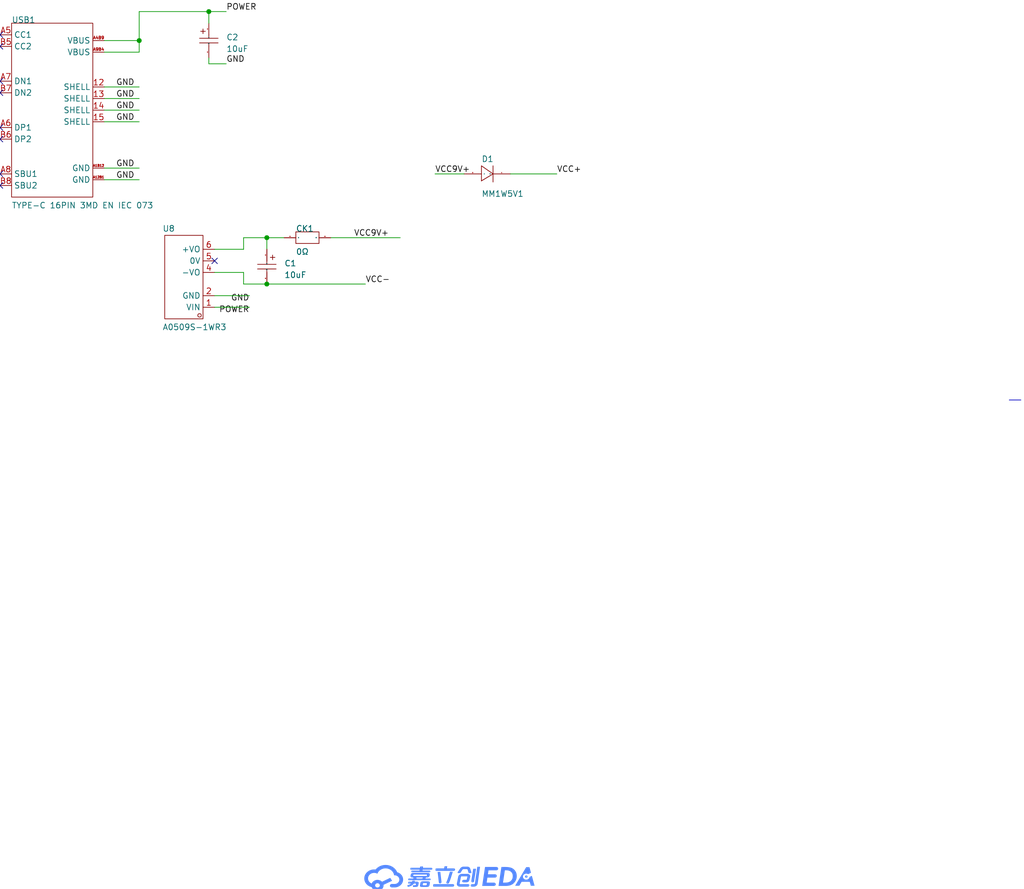
<source format=kicad_sch>
(kicad_sch
	(version 20231120)
	(generator "eeschema")
	(generator_version "8.0")
	(uuid "5526119f-5214-4d27-9f1c-b3eb453e3d7f")
	(paper "User" 224.206 194.742)
	(lib_symbols
		(symbol "Signal-blo-easyedapro:0Ω"
			(exclude_from_sim no)
			(in_bom yes)
			(on_board yes)
			(property "Reference" "U"
				(at 0 0 0)
				(effects
					(font
						(size 1.27 1.27)
					)
				)
			)
			(property "Value" ""
				(at 0 0 0)
				(effects
					(font
						(size 1.27 1.27)
					)
				)
			)
			(property "Footprint" "Signal-blo-easyedapro:R0603"
				(at 0 0 0)
				(effects
					(font
						(size 1.27 1.27)
					)
					(hide yes)
				)
			)
			(property "Datasheet" ""
				(at 0 0 0)
				(effects
					(font
						(size 1.27 1.27)
					)
					(hide yes)
				)
			)
			(property "Description" ""
				(at 0 0 0)
				(effects
					(font
						(size 1.27 1.27)
					)
					(hide yes)
				)
			)
			(property "Manufacturer Part" "0Ω"
				(at 0 0 0)
				(effects
					(font
						(size 1.27 1.27)
					)
					(hide yes)
				)
			)
			(property "Supplier Part" "C9900083234"
				(at 0 0 0)
				(effects
					(font
						(size 1.27 1.27)
					)
					(hide yes)
				)
			)
			(property "Supplier" "LCSC"
				(at 0 0 0)
				(effects
					(font
						(size 1.27 1.27)
					)
					(hide yes)
				)
			)
			(property "LCSC Part Name" "0Ω"
				(at 0 0 0)
				(effects
					(font
						(size 1.27 1.27)
					)
					(hide yes)
				)
			)
			(symbol "0Ω_1_0"
				(rectangle
					(start -2.54 -1.27)
					(end 2.54 1.27)
					(stroke
						(width 0)
						(type default)
					)
					(fill
						(type none)
					)
				)
				(pin unspecified line
					(at -5.08 0 0)
					(length 2.54)
					(name "1"
						(effects
							(font
								(size 0.0254 0.0254)
							)
						)
					)
					(number "1"
						(effects
							(font
								(size 0.0254 0.0254)
							)
						)
					)
				)
				(pin unspecified line
					(at 5.08 0 180)
					(length 2.54)
					(name "2"
						(effects
							(font
								(size 0.0254 0.0254)
							)
						)
					)
					(number "2"
						(effects
							(font
								(size 0.0254 0.0254)
							)
						)
					)
				)
			)
		)
		(symbol "Signal-blo-easyedapro:A0509S-1WR3_C5369385"
			(exclude_from_sim no)
			(in_bom yes)
			(on_board yes)
			(property "Reference" "U"
				(at 0 0 0)
				(effects
					(font
						(size 1.27 1.27)
					)
				)
			)
			(property "Value" ""
				(at 0 0 0)
				(effects
					(font
						(size 1.27 1.27)
					)
				)
			)
			(property "Footprint" "Signal-blo-easyedapro:PWRM-TH_A05XXS-1WR3"
				(at 0 0 0)
				(effects
					(font
						(size 1.27 1.27)
					)
					(hide yes)
				)
			)
			(property "Datasheet" "https://atta.szlcsc.com/upload/public/pdf/source/20230712/CE7059F6A87E500D281D8B0F754C5B41.pdf"
				(at 0 0 0)
				(effects
					(font
						(size 1.27 1.27)
					)
					(hide yes)
				)
			)
			(property "Description" "A0509S-1WR3 ---是小体积，高效率的微小功率，定电压输入，隔离非稳压正负双路输出，DC/DC 模块电源；该产品是专门针对板上电源系统中需要产生一组与输入电源隔离的电压的应用场合而设计的。该产品适用于：●输入电源的电压比较稳定（电压变化范围±10%Vin）；●输入输出之间要求隔离（隔离电压≤1500VDC）；●对输出电压稳定度要求不高的场合。；●典型应用：纯数字电路场合，一般低频模拟电路场合，继电器驱动电路，数据交换电路场合等;"
				(at 0 0 0)
				(effects
					(font
						(size 1.27 1.27)
					)
					(hide yes)
				)
			)
			(property "Manufacturer Part" "A0509S-1WR3"
				(at 0 0 0)
				(effects
					(font
						(size 1.27 1.27)
					)
					(hide yes)
				)
			)
			(property "Manufacturer" "YLPTEC(易川)"
				(at 0 0 0)
				(effects
					(font
						(size 1.27 1.27)
					)
					(hide yes)
				)
			)
			(property "Supplier Part" "C5369385"
				(at 0 0 0)
				(effects
					(font
						(size 1.27 1.27)
					)
					(hide yes)
				)
			)
			(property "Supplier" "LCSC"
				(at 0 0 0)
				(effects
					(font
						(size 1.27 1.27)
					)
					(hide yes)
				)
			)
			(property "LCSC Part Name" "A0509S-1WR3"
				(at 0 0 0)
				(effects
					(font
						(size 1.27 1.27)
					)
					(hide yes)
				)
			)
			(symbol "A0509S-1WR3_C5369385_1_0"
				(rectangle
					(start -2.54 -10.668)
					(end 5.842 7.62)
					(stroke
						(width 0)
						(type default)
					)
					(fill
						(type none)
					)
				)
				(circle
					(center -1.778 6.858)
					(radius 0.381)
					(stroke
						(width 0)
						(type default)
					)
					(fill
						(type none)
					)
				)
				(pin unspecified line
					(at -5.08 5.08 0)
					(length 2.54)
					(name "VIN"
						(effects
							(font
								(size 1.27 1.27)
							)
						)
					)
					(number "1"
						(effects
							(font
								(size 1.27 1.27)
							)
						)
					)
				)
				(pin unspecified line
					(at -5.08 2.54 0)
					(length 2.54)
					(name "GND"
						(effects
							(font
								(size 1.27 1.27)
							)
						)
					)
					(number "2"
						(effects
							(font
								(size 1.27 1.27)
							)
						)
					)
				)
				(pin unspecified line
					(at -5.08 -2.54 0)
					(length 2.54)
					(name "-VO"
						(effects
							(font
								(size 1.27 1.27)
							)
						)
					)
					(number "4"
						(effects
							(font
								(size 1.27 1.27)
							)
						)
					)
				)
				(pin unspecified line
					(at -5.08 -5.08 0)
					(length 2.54)
					(name "0V"
						(effects
							(font
								(size 1.27 1.27)
							)
						)
					)
					(number "5"
						(effects
							(font
								(size 1.27 1.27)
							)
						)
					)
				)
				(pin unspecified line
					(at -5.08 -7.62 0)
					(length 2.54)
					(name "+VO"
						(effects
							(font
								(size 1.27 1.27)
							)
						)
					)
					(number "6"
						(effects
							(font
								(size 1.27 1.27)
							)
						)
					)
				)
			)
		)
		(symbol "Signal-blo-easyedapro:Drawing-Symbol_A4"
			(exclude_from_sim no)
			(in_bom yes)
			(on_board yes)
			(property "Reference" ""
				(at 0 0 0)
				(effects
					(font
						(size 1.27 1.27)
					)
				)
			)
			(property "Value" ""
				(at 0 0 0)
				(effects
					(font
						(size 1.27 1.27)
					)
				)
			)
			(property "Footprint" "Signal-blo-easyedapro:"
				(at 0 0 0)
				(effects
					(font
						(size 1.27 1.27)
					)
					(hide yes)
				)
			)
			(property "Datasheet" ""
				(at 0 0 0)
				(effects
					(font
						(size 1.27 1.27)
					)
					(hide yes)
				)
			)
			(property "Description" ""
				(at 0 0 0)
				(effects
					(font
						(size 1.27 1.27)
					)
					(hide yes)
				)
			)
			(symbol "Drawing-Symbol_A4_0_0"
				(polyline
					(pts
						(xy 146.9783 10.146) (xy 146.976 10.1327) (xy 146.973 10.1197) (xy 146.9695 10.1069) (xy 146.9653 10.0944)
						(xy 146.9605 10.082) (xy 146.9552 10.07) (xy 146.9493 10.0583) (xy 146.9428 10.0468) (xy 146.9358 10.0356)
						(xy 146.9283 10.0248) (xy 146.9203 10.0143) (xy 146.9118 10.0042) (xy 146.9029 9.9944) (xy 146.8935 9.985)
						(xy 146.8836 9.976) (xy 146.8733 9.9673) (xy 146.8627 9.9591) (xy 146.8516 9.9514) (xy 146.8402 9.9441)
						(xy 146.8284 9.9372) (xy 146.8163 9.9308) (xy 146.8038 9.9249) (xy 146.7911 9.9195) (xy 146.778 9.9146)
						(xy 146.7647 9.9102) (xy 146.7511 9.9064) (xy 146.7373 9.9031) (xy 146.7233 9.9004) (xy 146.709 9.8983)
						(xy 146.6945 9.8967) (xy 146.6799 9.8958) (xy 146.6651 9.8955) (xy 146.6547 9.8955) (xy 146.6398 9.8959)
						(xy 146.625 9.897) (xy 146.6102 9.899) (xy 146.5956 9.9016) (xy 146.5811 9.905) (xy 146.5668 9.9091)
						(xy 146.5528 9.9138) (xy 146.5391 9.9192) (xy 146.5256 9.9252) (xy 146.5125 9.9318) (xy 146.4999 9.939)
						(xy 146.4876 9.9467) (xy 146.4758 9.955) (xy 146.4646 9.9638) (xy 146.4539 9.973) (xy 146.4438 9.9828)
						(xy 146.434 9.9933) (xy 146.4249 10.0043) (xy 146.4166 10.0158) (xy 146.4089 10.0275) (xy 146.402 10.0397)
						(xy 146.3958 10.0521) (xy 146.3904 10.0648) (xy 146.3856 10.0777) (xy 146.3816 10.0907) (xy 146.3782 10.1039)
						(xy 146.3756 10.1173) (xy 146.3736 10.1306) (xy 146.3724 10.144) (xy 146.3718 10.1574) (xy 146.372 10.1707)
						(xy 146.3728 10.1839) (xy 146.7925 12.8714) (xy 147.4021 12.8714) (xy 146.9783 10.146)
					)
					(stroke
						(width -0.0001)
						(type solid)
					)
					(fill
						(type color)
						(color 85 136 255 1)
					)
				)
				(polyline
					(pts
						(xy 142.3185 12.2147) (xy 142.3164 12.209) (xy 142.2175 11.9012) (xy 142.1192 11.5812) (xy 141.9194 10.9313)
						(xy 141.8159 10.6145) (xy 141.7083 10.3119) (xy 141.5958 10.0302) (xy 141.5373 9.8992) (xy 141.4771 9.7759)
						(xy 141.4663 9.7575) (xy 141.4542 9.7399) (xy 141.4409 9.7233) (xy 141.4266 9.7077) (xy 141.4112 9.693)
						(xy 141.3948 9.6794) (xy 141.3775 9.667) (xy 141.3594 9.6556) (xy 141.3405 9.6454) (xy 141.321 9.6365)
						(xy 141.3008 9.6288) (xy 141.2801 9.6224) (xy 141.2589 9.6174) (xy 141.2373 9.6137) (xy 141.2154 9.6115)
						(xy 141.1932 9.6108) (xy 141.1838 9.6109) (xy 141.1744 9.6115) (xy 141.165 9.6123) (xy 141.1556 9.6134)
						(xy 141.1462 9.6148) (xy 141.1368 9.6164) (xy 141.1274 9.6182) (xy 141.118 9.6203) (xy 141.0867 9.6279)
						(xy 141.0732 9.6328) (xy 141.0602 9.6382) (xy 141.0476 9.6442) (xy 141.0355 9.6508) (xy 141.0239 9.6578)
						(xy 141.0127 9.6653) (xy 141.0021 9.6733) (xy 140.992 9.6817) (xy 140.9823 9.6905) (xy 140.9732 9.6998)
						(xy 140.9647 9.7094) (xy 140.9566 9.7194) (xy 140.9492 9.7297) (xy 140.9422 9.7404) (xy 140.9359 9.7514)
						(xy 140.9301 9.7626) (xy 140.9242 9.7755) (xy 140.9192 9.7886) (xy 140.9148 9.8019) (xy 140.9113 9.8153)
						(xy 140.9086 9.8289) (xy 140.9066 9.8425) (xy 140.9055 9.8561) (xy 140.9051 9.8698) (xy 140.9055 9.8835)
						(xy 140.9066 9.8972) (xy 140.9086 9.9108) (xy 140.9113 9.9243) (xy 140.9148 9.9378) (xy 140.9192 9.951)
						(xy 140.9242 9.9642) (xy 140.9301 9.9771) (xy 140.9842 10.088) (xy 141.0368 10.2068) (xy 141.1382 10.4644)
						(xy 141.2355 10.7434) (xy 141.3297 11.0373) (xy 141.5129 11.6433) (xy 141.604 11.9423) (xy 141.6963 12.2299)
						(xy 142.3226 12.2299) (xy 142.3185 12.2147)
					)
					(stroke
						(width -0.0001)
						(type solid)
					)
					(fill
						(type color)
						(color 85 136 255 1)
					)
				)
				(polyline
					(pts
						(xy 139.8445 9.9733) (xy 139.8455 9.9609) (xy 139.8459 9.9485) (xy 139.8456 9.9362) (xy 139.8447 9.9241)
						(xy 139.8432 9.912) (xy 139.841 9.9001) (xy 139.8383 9.8883) (xy 139.835 9.8766) (xy 139.8311 9.8652)
						(xy 139.8266 9.8539) (xy 139.8216 9.8428) (xy 139.816 9.8319) (xy 139.8099 9.8213) (xy 139.8033 9.8109)
						(xy 139.7962 9.8007) (xy 139.7886 9.7908) (xy 139.7806 9.7812) (xy 139.7721 9.7719) (xy 139.7631 9.763)
						(xy 139.7536 9.7543) (xy 139.7438 9.746) (xy 139.7335 9.738) (xy 139.7229 9.7304) (xy 139.7118 9.7232)
						(xy 139.7004 9.7164) (xy 139.6885 9.71) (xy 139.6764 9.704) (xy 139.6639 9.6985) (xy 139.651 9.6934)
						(xy 139.6379 9.6888) (xy 139.6244 9.6846) (xy 139.6107 9.681) (xy 139.6044 9.6791) (xy 139.5966 9.6778)
						(xy 139.5888 9.6766) (xy 139.5809 9.6756) (xy 139.5731 9.6748) (xy 139.5653 9.6742) (xy 139.5574 9.6738)
						(xy 139.5496 9.6735) (xy 139.5418 9.6734) (xy 139.5287 9.6736) (xy 139.5159 9.6744) (xy 139.5032 9.6756)
						(xy 139.4907 9.6772) (xy 139.4784 9.6794) (xy 139.4664 9.6819) (xy 139.4546 9.6849) (xy 139.443 9.6884)
						(xy 139.4316 9.6922) (xy 139.4206 9.6965) (xy 139.4098 9.7012) (xy 139.3993 9.7063) (xy 139.3891 9.7118)
						(xy 139.3792 9.7177) (xy 139.3696 9.724) (xy 139.3604 9.7306) (xy 139.3515 9.7376) (xy 139.343 9.7449)
						(xy 139.3349 9.7526) (xy 139.3271 9.7606) (xy 139.3197 9.769) (xy 139.3128 9.7776) (xy 139.3063 9.7866)
						(xy 139.3002 9.7959) (xy 139.2945 9.8055) (xy 139.2893 9.8154) (xy 139.2846 9.8255) (xy 139.2803 9.836)
						(xy 139.2765 9.8467) (xy 139.2733 9.8576) (xy 139.2705 9.8688) (xy 139.2683 9.8803) (xy 139.2683 9.8898)
						(xy 139.0011 12.1844) (xy 139.0011 12.1863) (xy 139.5919 12.1863) (xy 139.8445 9.9733)
					)
					(stroke
						(width -0.0001)
						(type solid)
					)
					(fill
						(type color)
						(color 85 136 255 1)
					)
				)
				(polyline
					(pts
						(xy 142.3562 9.5079) (xy 142.3709 9.5068) (xy 142.3853 9.505) (xy 142.3996 9.5024) (xy 142.4136 9.4992)
						(xy 142.4275 9.4953) (xy 142.4411 9.4907) (xy 142.4544 9.4855) (xy 142.4675 9.4797) (xy 142.4803 9.4733)
						(xy 142.4928 9.4662) (xy 142.5049 9.4586) (xy 142.5168 9.4505) (xy 142.5283 9.4418) (xy 142.5394 9.4326)
						(xy 142.5502 9.4229) (xy 142.5597 9.4123) (xy 142.5685 9.4014) (xy 142.5766 9.39) (xy 142.5841 9.3783)
						(xy 142.5909 9.3662) (xy 142.597 9.3538) (xy 142.6024 9.3412) (xy 142.6071 9.3282) (xy 142.611 9.315)
						(xy 142.6142 9.3016) (xy 142.6166 9.288) (xy 142.6183 9.2742) (xy 142.6192 9.2603) (xy 142.6193 9.2462)
						(xy 142.6185 9.2321) (xy 142.617 9.2179) (xy 142.6149 9.2046) (xy 142.6126 9.1915) (xy 142.6097 9.1787)
						(xy 142.6061 9.166) (xy 142.6019 9.1535) (xy 142.5971 9.1413) (xy 142.5917 9.1293) (xy 142.5858 9.1176)
						(xy 142.5793 9.1062) (xy 142.5722 9.0951) (xy 142.5647 9.0843) (xy 142.5567 9.0738) (xy 142.5482 9.0636)
						(xy 142.5392 9.0538) (xy 142.5298 9.0444) (xy 142.52 9.0353) (xy 142.5097 9.0267) (xy 142.4991 9.0184)
						(xy 142.4882 9.0106) (xy 142.4768 9.0032) (xy 142.4652 8.9963) (xy 142.4532 8.9899) (xy 142.4409 8.9839)
						(xy 142.4284 8.9784) (xy 142.4156 8.9735) (xy 142.4025 8.9691) (xy 142.3892 8.9652) (xy 142.3758 8.9618)
						(xy 142.3621 8.9591) (xy 142.3483 8.9569) (xy 142.3343 8.9554) (xy 142.3202 8.9544) (xy 142.3059 8.9541)
						(xy 138.1576 8.9541) (xy 138.1502 8.9543) (xy 138.143 8.9548) (xy 138.1358 8.9556) (xy 138.1288 8.9567)
						(xy 138.122 8.9582) (xy 138.1152 8.96) (xy 138.1087 8.962) (xy 138.1023 8.9643) (xy 138.0961 8.9669)
						(xy 138.09 8.9698) (xy 138.0842 8.9729) (xy 138.0785 8.9763) (xy 138.073 8.9799) (xy 138.0678 8.9837)
						(xy 138.0627 8.9878) (xy 138.0579 8.992) (xy 138.0533 8.9965) (xy 138.049 9.0012) (xy 138.0449 9.006)
						(xy 138.0411 9.011) (xy 138.0375 9.0162) (xy 138.0342 9.0215) (xy 138.0312 9.0269) (xy 138.0284 9.0326)
						(xy 138.026 9.0383) (xy 138.0238 9.0441) (xy 138.022 9.0501) (xy 138.0205 9.0562) (xy 138.0193 9.0623)
						(xy 138.0184 9.0686) (xy 138.0179 9.0749) (xy 138.0177 9.0812) (xy 138.0177 9.0831) (xy 138.0156 9.0831)
						(xy 138.0595 9.5083) (xy 142.3414 9.5083) (xy 142.3562 9.5079)
					)
					(stroke
						(width -0.0001)
						(type solid)
					)
					(fill
						(type color)
						(color 85 136 255 1)
					)
				)
				(polyline
					(pts
						(xy 159.4399 12.0041) (xy 158.8178 11.6928) (xy 158.7955 11.7067) (xy 158.7727 11.7197) (xy 158.7492 11.732)
						(xy 158.7252 11.7435) (xy 158.7007 11.7542) (xy 158.6757 11.764) (xy 158.6501 11.773) (xy 158.6241 11.7811)
						(xy 158.5977 11.7883) (xy 158.5708 11.7946) (xy 158.5436 11.7999) (xy 158.5159 11.8044) (xy 158.488 11.8078)
						(xy 158.4597 11.8103) (xy 158.4311 11.8119) (xy 158.4023 11.8124) (xy 158.3649 11.8115) (xy 158.3281 11.809)
						(xy 158.2917 11.8048) (xy 158.256 11.7989) (xy 158.2209 11.7916) (xy 158.1864 11.7826) (xy 158.1527 11.7723)
						(xy 158.1197 11.7604) (xy 158.0875 11.7472) (xy 158.0562 11.7326) (xy 158.0257 11.7167) (xy 157.9963 11.6995)
						(xy 157.9678 11.681) (xy 157.9403 11.6614) (xy 157.914 11.6407) (xy 157.8887 11.6188) (xy 157.8647 11.5958)
						(xy 157.8418 11.5719) (xy 157.8202 11.5469) (xy 157.8 11.521) (xy 157.781 11.4942) (xy 157.7635 11.4666)
						(xy 157.7475 11.4381) (xy 157.7329 11.4088) (xy 157.7199 11.3788) (xy 157.7085 11.3482) (xy 157.6987 11.3168)
						(xy 157.6905 11.2849) (xy 157.6842 11.2524) (xy 157.6795 11.2194) (xy 157.6767 11.1858) (xy 157.6758 11.1519)
						(xy 157.6767 11.1179) (xy 157.6795 11.0844) (xy 157.6842 11.0514) (xy 157.6905 11.0189) (xy 157.6987 10.987)
						(xy 157.7085 10.9556) (xy 157.7199 10.9249) (xy 157.7329 10.895) (xy 157.7475 10.8657) (xy 157.7635 10.8372)
						(xy 157.781 10.8096) (xy 157.8 10.7828) (xy 157.8202 10.7569) (xy 157.8418 10.7319) (xy 157.8647 10.7079)
						(xy 157.8887 10.685) (xy 157.914 10.6631) (xy 157.9403 10.6424) (xy 157.9678 10.6227) (xy 157.9963 10.6043)
						(xy 158.0257 10.5871) (xy 158.0562 10.5712) (xy 158.0875 10.5566) (xy 158.1197 10.5434) (xy 158.1527 10.5315)
						(xy 158.1864 10.5211) (xy 158.2209 10.5122) (xy 158.256 10.5048) (xy 158.2917 10.499) (xy 158.3281 10.4948)
						(xy 158.3649 10.4923) (xy 158.4023 10.4914) (xy 158.4371 10.4922) (xy 158.4715 10.4944) (xy 158.5055 10.4981)
						(xy 158.5389 10.5031) (xy 158.5718 10.5096) (xy 158.6042 10.5174) (xy 158.6359 10.5265) (xy 158.6669 10.5369)
						(xy 158.6973 10.5485) (xy 158.727 10.5613) (xy 158.7559 10.5753) (xy 158.7841 10.5904) (xy 158.8114 10.6066)
						(xy 158.8378 10.6239) (xy 158.8634 10.6422) (xy 158.888 10.6615) (xy 158.9116 10.6818) (xy 158.9342 10.703)
						(xy 158.9558 10.7251) (xy 158.9763 10.748) (xy 158.9957 10.7718) (xy 159.0139 10.7964) (xy 159.0309 10.8217)
						(xy 159.0467 10.8477) (xy 159.0613 10.8744) (xy 159.0745 10.9018) (xy 159.0864 10.9298) (xy 159.097 10.9584)
						(xy 159.1061 10.9875) (xy 159.1138 11.0172) (xy 159.12 11.0473) (xy 159.1247 11.0779) (xy 159.6257 11.3284)
						(xy 160.2249 9.1534) (xy 159.4065 9.1534) (xy 159.1685 10.0207) (xy 157.3877 10.0207) (xy 156.8783 9.1534)
						(xy 155.9701 9.1534) (xy 158.394 13.232) (xy 159.1038 13.232) (xy 159.4399 12.0041)
					)
					(stroke
						(width -0.0001)
						(type solid)
					)
					(fill
						(type color)
						(color 85 136 255 1)
					)
				)
				(polyline
					(pts
						(xy 158.4338 11.4201) (xy 158.4481 11.419) (xy 158.4622 11.4172) (xy 158.476 11.4148) (xy 158.4896 11.4118)
						(xy 158.5029 11.4082) (xy 158.516 11.4041) (xy 158.5287 11.3994) (xy 158.5412 11.3941) (xy 158.5532 11.3883)
						(xy 158.565 11.3821) (xy 158.5763 11.3753) (xy 158.5873 11.368) (xy 158.5979 11.3603) (xy 158.608 11.3522)
						(xy 158.6177 11.3436) (xy 158.6269 11.3346) (xy 158.6357 11.3252) (xy 158.6439 11.3155) (xy 158.6516 11.3053)
						(xy 158.6589 11.2949) (xy 158.6655 11.2841) (xy 158.6716 11.273) (xy 158.6771 11.2616) (xy 158.682 11.2499)
						(xy 158.6863 11.2379) (xy 158.69 11.2258) (xy 158.693 11.2133) (xy 158.6953 11.2007) (xy 158.6969 11.1878)
						(xy 158.6979 11.1748) (xy 158.6981 11.1616) (xy 158.6976 11.1485) (xy 158.6963 11.1355) (xy 158.6944 11.1227)
						(xy 158.6918 11.1101) (xy 158.6885 11.0977) (xy 158.6845 11.0856) (xy 158.68 11.0737) (xy 158.6748 11.0621)
						(xy 158.669 11.0508) (xy 158.6627 11.0398) (xy 158.6557 11.0292) (xy 158.6483 11.0189) (xy 158.6403 11.0089)
						(xy 158.6318 10.9993) (xy 158.6229 10.9901) (xy 158.6134 10.9813) (xy 158.6035 10.9729) (xy 158.5932 10.9649)
						(xy 158.5825 10.9574) (xy 158.5714 10.9504) (xy 158.5598 10.9438) (xy 158.548 10.9378) (xy 158.5358 10.9322)
						(xy 158.5232 10.9272) (xy 158.5104 10.9228) (xy 158.4972 10.9189) (xy 158.4838 10.9156) (xy 158.4701 10.9128)
						(xy 158.4562 10.9107) (xy 158.4421 10.9092) (xy 158.4278 10.9084) (xy 158.4133 10.9082) (xy 158.3988 10.9086)
						(xy 158.3845 10.9098) (xy 158.3704 10.9115) (xy 158.3565 10.9139) (xy 158.3429 10.9169) (xy 158.3296 10.9205)
						(xy 158.3166 10.9247) (xy 158.3038 10.9294) (xy 158.2914 10.9346) (xy 158.2793 10.9404) (xy 158.2676 10.9467)
						(xy 158.2562 10.9534) (xy 158.2453 10.9607) (xy 158.2347 10.9684) (xy 158.2246 10.9766) (xy 158.2149 10.9851)
						(xy 158.2057 10.9941) (xy 158.1969 11.0035) (xy 158.1887 11.0133) (xy 158.1809 11.0234) (xy 158.1737 11.0338)
						(xy 158.1671 11.0446) (xy 158.161 11.0557) (xy 158.1554 11.0672) (xy 158.1505 11.0788) (xy 158.1462 11.0908)
						(xy 158.1426 11.103) (xy 158.1396 11.1154) (xy 158.1373 11.128) (xy 158.1356 11.1409) (xy 158.1347 11.1539)
						(xy 158.1345 11.1671) (xy 158.135 11.1803) (xy 158.1362 11.1933) (xy 158.1382 11.2061) (xy 158.1408 11.2187)
						(xy 158.1441 11.231) (xy 158.148 11.2432) (xy 158.1526 11.255) (xy 158.1578 11.2666) (xy 158.1636 11.2779)
						(xy 158.1699 11.2889) (xy 158.1768 11.2995) (xy 158.1843 11.3099) (xy 158.1922 11.3198) (xy 158.2007 11.3294)
						(xy 158.2097 11.3386) (xy 158.2191 11.3474) (xy 158.229 11.3558) (xy 158.2393 11.3638) (xy 158.2501 11.3713)
						(xy 158.2612 11.3783) (xy 158.2727 11.3849) (xy 158.2846 11.3909) (xy 158.2968 11.3965) (xy 158.3093 11.4015)
						(xy 158.3222 11.4059) (xy 158.3353 11.4099) (xy 158.3488 11.4132) (xy 158.3624 11.4159) (xy 158.3763 11.418)
						(xy 158.3905 11.4195) (xy 158.4048 11.4204) (xy 158.4193 11.4206) (xy 158.4338 11.4201)
					)
					(stroke
						(width -0.0001)
						(type solid)
					)
					(fill
						(type color)
						(color 85 136 255 1)
					)
				)
				(polyline
					(pts
						(xy 147.7653 9.6354) (xy 147.7561 9.5831) (xy 147.7432 9.532) (xy 147.7269 9.4824) (xy 147.7072 9.4344)
						(xy 147.6842 9.388) (xy 147.6581 9.3433) (xy 147.6288 9.3005) (xy 147.5965 9.2597) (xy 147.5613 9.2208)
						(xy 147.5233 9.1842) (xy 147.4825 9.1497) (xy 147.4392 9.1177) (xy 147.3933 9.088) (xy 147.3449 9.0609)
						(xy 147.2942 9.0365) (xy 147.2413 9.0148) (xy 147.2236 9.0073) (xy 147.2058 9.0002) (xy 147.1878 8.9937)
						(xy 147.1696 8.9877) (xy 147.1512 8.9822) (xy 147.1326 8.9773) (xy 147.1139 8.9728) (xy 147.0949 8.9688)
						(xy 147.0757 8.9653) (xy 147.0563 8.9623) (xy 147.0366 8.9598) (xy 147.0167 8.9577) (xy 146.9966 8.9561)
						(xy 146.9761 8.955) (xy 146.9554 8.9543) (xy 146.9344 8.9541) (xy 146.519 8.9541) (xy 146.5041 8.9545)
						(xy 146.4893 8.9557) (xy 146.4745 8.9576) (xy 146.4599 8.9603) (xy 146.4454 8.9636) (xy 146.4311 8.9677)
						(xy 146.4171 8.9724) (xy 146.4034 8.9778) (xy 146.3899 8.9838) (xy 146.3768 8.9904) (xy 146.3642 8.9976)
						(xy 146.3519 9.0053) (xy 146.3401 9.0136) (xy 146.3289 9.0224) (xy 146.3182 9.0317) (xy 146.3081 9.0414)
						(xy 146.2986 9.0519) (xy 146.2898 9.0628) (xy 146.2817 9.0741) (xy 146.2742 9.0857) (xy 146.2674 9.0976)
						(xy 146.2613 9.1098) (xy 146.2559 9.1223) (xy 146.2512 9.1351) (xy 146.2473 9.1481) (xy 146.2441 9.1614)
						(xy 146.2416 9.1748) (xy 146.24 9.1885) (xy 146.2391 9.2023) (xy 146.239 9.2162) (xy 146.2397 9.2303)
						(xy 146.2413 9.2445) (xy 146.2434 9.254) (xy 146.2457 9.267) (xy 146.2486 9.2799) (xy 146.2523 9.2926)
						(xy 146.2565 9.305) (xy 146.2613 9.3173) (xy 146.2668 9.3292) (xy 146.2728 9.3409) (xy 146.2794 9.3524)
						(xy 146.2865 9.3635) (xy 146.2941 9.3743) (xy 146.3023 9.3848) (xy 146.3109 9.3949) (xy 146.32 9.4047)
						(xy 146.3295 9.4142) (xy 146.3395 9.4232) (xy 146.3499 9.4319) (xy 146.3606 9.4401) (xy 146.3717 9.448)
						(xy 146.3832 9.4553) (xy 146.3951 9.4622) (xy 146.4072 9.4687) (xy 146.4197 9.4747) (xy 146.4324 9.4801)
						(xy 146.4454 9.4851) (xy 146.4586 9.4895) (xy 146.4721 9.4934) (xy 146.4857 9.4967) (xy 146.4996 9.4995)
						(xy 146.5136 9.5016) (xy 146.5278 9.5032) (xy 146.5421 9.5042) (xy 146.5565 9.5045) (xy 146.972 9.5045)
						(xy 146.9813 9.5047) (xy 146.9903 9.5052) (xy 146.9991 9.5061) (xy 147.0077 9.5074) (xy 147.0162 9.509)
						(xy 147.0244 9.511) (xy 147.0325 9.5134) (xy 147.0404 9.5161) (xy 147.0481 9.5192) (xy 147.0557 9.5227)
						(xy 147.0632 9.5266) (xy 147.0706 9.5309) (xy 147.0779 9.5356) (xy 147.0851 9.5406) (xy 147.0923 9.5461)
						(xy 147.0993 9.5519) (xy 147.1066 9.5591) (xy 147.1135 9.5665) (xy 147.1201 9.574) (xy 147.1263 9.5816)
						(xy 147.1321 9.5894) (xy 147.1376 9.5972) (xy 147.1427 9.6052) (xy 147.1474 9.6131) (xy 147.1517 9.6212)
						(xy 147.1556 9.6292) (xy 147.1591 9.6373) (xy 147.1622 9.6453) (xy 147.1649 9.6534) (xy 147.1671 9.6614)
						(xy 147.1689 9.6693) (xy 147.1703 9.6772) (xy 147.686 13.3098) (xy 148.2893 13.3098) (xy 147.7653 9.6354)
					)
					(stroke
						(width -0.0001)
						(type solid)
					)
					(fill
						(type color)
						(color 85 136 255 1)
					)
				)
				(polyline
					(pts
						(xy 141.0303 12.9587) (xy 142.5439 12.9587) (xy 142.5599 12.9584) (xy 142.5756 12.9573) (xy 142.5911 12.9555)
						(xy 142.6063 12.9531) (xy 142.6212 12.9499) (xy 142.6358 12.946) (xy 142.6501 12.9414) (xy 142.664 12.9362)
						(xy 142.6775 12.9302) (xy 142.6906 12.9236) (xy 142.7032 12.9163) (xy 142.7154 12.9083) (xy 142.7271 12.8996)
						(xy 142.7382 12.8902) (xy 142.7489 12.8802) (xy 142.759 12.8695) (xy 142.7684 12.859) (xy 142.7772 12.8481)
						(xy 142.7852 12.8368) (xy 142.7926 12.8252) (xy 142.7992 12.8133) (xy 142.8051 12.801) (xy 142.8103 12.7884)
						(xy 142.8148 12.7756) (xy 142.8185 12.7625) (xy 142.8216 12.7491) (xy 142.8238 12.7355) (xy 142.8253 12.7217)
						(xy 142.8261 12.7076) (xy 142.826 12.6934) (xy 142.8252 12.6791) (xy 142.8237 12.6645) (xy 142.8237 12.6607)
						(xy 142.8214 12.6477) (xy 142.8185 12.6348) (xy 142.8149 12.6222) (xy 142.8107 12.6098) (xy 142.806 12.5977)
						(xy 142.8006 12.5858) (xy 142.7947 12.5742) (xy 142.7883 12.5629) (xy 142.7813 12.552) (xy 142.7738 12.5413)
						(xy 142.7657 12.531) (xy 142.7573 12.521) (xy 142.7483 12.5113) (xy 142.7389 12.5021) (xy 142.729 12.4932)
						(xy 142.7188 12.4847) (xy 142.7081 12.4766) (xy 142.697 12.469) (xy 142.6856 12.4618) (xy 142.6738 12.4551)
						(xy 142.6617 12.4488) (xy 142.6493 12.443) (xy 142.6365 12.4376) (xy 142.6235 12.4328) (xy 142.6101 12.4285)
						(xy 142.5965 12.4248) (xy 142.5827 12.4215) (xy 142.5687 12.4189) (xy 142.5544 12.4168) (xy 142.54 12.4152)
						(xy 142.5253 12.4143) (xy 142.5105 12.414) (xy 138.6733 12.414) (xy 138.6733 12.4159) (xy 138.6661 12.4163)
						(xy 138.659 12.4169) (xy 138.652 12.4179) (xy 138.6452 12.4191) (xy 138.6385 12.4207) (xy 138.6319 12.4225)
						(xy 138.6254 12.4246) (xy 138.6192 12.427) (xy 138.613 12.4296) (xy 138.6071 12.4325) (xy 138.6013 12.4356)
						(xy 138.5957 12.439) (xy 138.5903 12.4426) (xy 138.5852 12.4464) (xy 138.5802 12.4504) (xy 138.5754 12.4546)
						(xy 138.5709 12.459) (xy 138.5666 12.4636) (xy 138.5625 12.4684) (xy 138.5587 12.4733) (xy 138.5552 12.4784)
						(xy 138.5519 12.4837) (xy 138.5489 12.4891) (xy 138.5462 12.4946) (xy 138.5437 12.5003) (xy 138.5416 12.5061)
						(xy 138.5398 12.512) (xy 138.5382 12.5181) (xy 138.5371 12.5242) (xy 138.5362 12.5304) (xy 138.5357 12.5367)
						(xy 138.5355 12.5431) (xy 138.5355 12.5499) (xy 138.5356 12.5531) (xy 138.5358 12.5561) (xy 138.536 12.5591)
						(xy 138.5362 12.5606) (xy 138.5364 12.562) (xy 138.5366 12.5635) (xy 138.5369 12.5649) (xy 138.5372 12.5663)
						(xy 138.5376 12.5677) (xy 138.5772 12.9568) (xy 140.4228 12.9587) (xy 140.4917 13.325) (xy 140.4926 13.331)
						(xy 140.4938 13.3369) (xy 140.4953 13.3427) (xy 140.4971 13.3484) (xy 140.4991 13.3539) (xy 140.5014 13.3593)
						(xy 140.5039 13.3646) (xy 140.5067 13.3697) (xy 140.5097 13.3747) (xy 140.513 13.3796) (xy 140.5165 13.3843)
						(xy 140.5201 13.3888) (xy 140.524 13.3932) (xy 140.5281 13.3974) (xy 140.5324 13.4014) (xy 140.5368 13.4052)
						(xy 140.5415 13.4089) (xy 140.5463 13.4123) (xy 140.5513 13.4155) (xy 140.5564 13.4186) (xy 140.5617 13.4214)
						(xy 140.5671 13.424) (xy 140.5726 13.4264) (xy 140.5783 13.4286) (xy 140.5841 13.4305) (xy 140.59 13.4322)
						(xy 140.596 13.4336) (xy 140.6021 13.4348) (xy 140.6083 13.4358) (xy 140.6146 13.4365) (xy 140.621 13.4369)
						(xy 140.6274 13.437) (xy 141.1097 13.437) (xy 141.0303 12.9587)
					)
					(stroke
						(width -0.0001)
						(type solid)
					)
					(fill
						(type color)
						(color 85 136 255 1)
					)
				)
				(polyline
					(pts
						(xy 133.9675 10.0549) (xy 134.4623 10.0549) (xy 134.4906 10.0545) (xy 134.5177 10.0533) (xy 134.5438 10.0514)
						(xy 134.5687 10.0486) (xy 134.5926 10.0451) (xy 134.6154 10.0408) (xy 134.6372 10.0357) (xy 134.6578 10.0297)
						(xy 134.6774 10.023) (xy 134.6959 10.0155) (xy 134.7134 10.0072) (xy 134.7298 9.998) (xy 134.7451 9.9881)
						(xy 134.7593 9.9773) (xy 134.7725 9.9657) (xy 134.7846 9.9533) (xy 134.7957 9.9401) (xy 134.8057 9.9261)
						(xy 134.8147 9.9112) (xy 134.8226 9.8955) (xy 134.8294 9.8789) (xy 134.8352 9.8616) (xy 134.84 9.8433)
						(xy 134.8437 9.8243) (xy 134.8464 9.8044) (xy 134.848 9.7836) (xy 134.8486 9.762) (xy 134.8482 9.7396)
						(xy 134.8467 9.7162) (xy 134.8442 9.6921) (xy 134.8406 9.667) (xy 134.836 9.6411) (xy 134.7692 9.2881)
						(xy 134.7663 9.2625) (xy 134.7626 9.2379) (xy 134.758 9.2143) (xy 134.7527 9.1918) (xy 134.7465 9.1702)
						(xy 134.7394 9.1496) (xy 134.7315 9.1299) (xy 134.7228 9.1112) (xy 134.7131 9.0934) (xy 134.7026 9.0765)
						(xy 134.6912 9.0605) (xy 134.6788 9.0454) (xy 134.6655 9.0311) (xy 134.6513 9.0177) (xy 134.6361 9.0051)
						(xy 134.62 8.9932) (xy 134.6028 8.9822) (xy 134.5847 8.9719) (xy 134.5656 8.9624) (xy 134.5455 8.9536)
						(xy 134.5243 8.9455) (xy 134.5021 8.9381) (xy 134.4788 8.9314) (xy 134.4545 8.9254) (xy 134.4291 8.92)
						(xy 134.4026 8.9153) (xy 134.3463 8.9076) (xy 134.2856 8.9022) (xy 134.2202 8.899) (xy 133.5938 8.899)
						(xy 133.5938 9.2634) (xy 133.9822 9.2634) (xy 134.0112 9.264) (xy 134.0381 9.2657) (xy 134.063 9.2685)
						(xy 134.086 9.2723) (xy 134.107 9.2771) (xy 134.1262 9.2829) (xy 134.1438 9.2896) (xy 134.1596 9.2971)
						(xy 134.1739 9.3056) (xy 134.1867 9.3148) (xy 134.1981 9.3248) (xy 134.2082 9.3355) (xy 134.2171 9.3469)
						(xy 134.2247 9.359) (xy 134.2313 9.3717) (xy 134.2369 9.3849) (xy 134.264 9.495) (xy 134.2663 9.5039)
						(xy 134.268 9.5126) (xy 134.2692 9.521) (xy 134.2698 9.5291) (xy 134.2698 9.5369) (xy 134.2694 9.5444)
						(xy 134.2683 9.5517) (xy 134.2667 9.5587) (xy 134.2646 9.5654) (xy 134.2619 9.5718) (xy 134.2587 9.5779)
						(xy 134.2549 9.5838) (xy 134.2506 9.5893) (xy 134.2457 9.5946) (xy 134.2402 9.5996) (xy 134.2343 9.6044)
						(xy 134.2277 9.6088) (xy 134.2206 9.613) (xy 134.213 9.6168) (xy 134.2048 9.6204) (xy 134.1961 9.6237)
						(xy 134.1868 9.6267) (xy 134.1769 9.6295) (xy 134.1665 9.6319) (xy 134.1556 9.6341) (xy 134.1441 9.6359)
						(xy 134.1321 9.6375) (xy 134.1195 9.6388) (xy 134.1063 9.6398) (xy 134.0926 9.6406) (xy 134.0784 9.641)
						(xy 134.0636 9.6411) (xy 133.7964 9.6411) (xy 133.747 9.5746) (xy 133.6944 9.5116) (xy 133.6383 9.4519)
						(xy 133.5785 9.3953) (xy 133.5148 9.3416) (xy 133.4471 9.2906) (xy 133.375 9.2422) (xy 133.2984 9.1961)
						(xy 133.2172 9.1521) (xy 133.131 9.11) (xy 133.0398 9.0698) (xy 132.9432 9.031) (xy 132.8411 8.9936)
						(xy 132.7334 8.9574) (xy 132.6197 8.9221) (xy 132.4999 8.8877) (xy 132.3391 9.2521) (xy 132.4883 9.2951)
						(xy 132.6174 9.3348) (xy 132.6756 9.3541) (xy 132.7302 9.3734) (xy 132.7817 9.393) (xy 132.8305 9.4131)
						(xy 132.8772 9.4342) (xy 132.9221 9.4564) (xy 132.9658 9.48) (xy 133.0088 9.5053) (xy 133.0515 9.5327)
						(xy 133.0943 9.5624) (xy 133.1379 9.5946) (xy 133.1826 9.6297) (xy 132.5416 9.6297) (xy 132.6084 10.0435)
						(xy 133.3976 10.0435) (xy 133.3977 10.0461) (xy 133.3982 10.0495) (xy 133.3989 10.0537) (xy 133.4 10.0587)
						(xy 133.403 10.0709) (xy 133.4073 10.0857) (xy 133.4099 10.094) (xy 133.4128 10.1028) (xy 133.416 10.1122)
						(xy 133.4196 10.122) (xy 133.4235 10.1322) (xy 133.4278 10.1428) (xy 133.4323 10.1537) (xy 133.4373 10.165)
						(xy 133.4386 10.1696) (xy 133.4401 10.1741) (xy 133.4419 10.1785) (xy 133.4438 10.1828) (xy 133.446 10.187)
						(xy 133.4484 10.1912) (xy 133.451 10.1952) (xy 133.4538 10.1991) (xy 133.4568 10.2029) (xy 133.46 10.2066)
						(xy 133.4633 10.2102) (xy 133.4668 10.2137) (xy 133.4704 10.217) (xy 133.4742 10.2202) (xy 133.4781 10.2233)
						(xy 133.4822 10.2262) (xy 133.4863 10.2289) (xy 133.4906 10.2316) (xy 133.495 10.234) (xy 133.4995 10.2364)
						(xy 133.5041 10.2385) (xy 133.5087 10.2405) (xy 133.5135 10.2423) (xy 133.5183 10.244) (xy 133.5232 10.2454)
						(xy 133.5281 10.2467) (xy 133.5331 10.2478) (xy 133.5381 10.2487) (xy 133.5431 10.2494) (xy 133.5482 10.25)
						(xy 133.5533 10.2503) (xy 133.5584 10.2504) (xy 134.026 10.2504) (xy 133.9675 10.0549)
					)
					(stroke
						(width -0.0001)
						(type solid)
					)
					(fill
						(type color)
						(color 85 136 255 1)
					)
				)
				(polyline
					(pts
						(xy 153.8138 13.2729) (xy 153.9352 13.2704) (xy 154.0526 13.2662) (xy 154.1658 13.2602) (xy 154.275 13.2526)
						(xy 154.38 13.2433) (xy 154.481 13.2322) (xy 154.5778 13.2195) (xy 154.6706 13.205) (xy 154.7593 13.1888)
						(xy 154.844 13.1709) (xy 154.9245 13.1513) (xy 155.001 13.1299) (xy 155.0734 13.1069) (xy 155.1417 13.0821)
						(xy 155.206 13.0555) (xy 155.2675 13.0271) (xy 155.3276 12.9968) (xy 155.3863 12.9645) (xy 155.4435 12.9303)
						(xy 155.4993 12.894) (xy 155.5537 12.8559) (xy 155.6066 12.8158) (xy 155.658 12.7737) (xy 155.7079 12.7296)
						(xy 155.7564 12.6836) (xy 155.8034 12.6357) (xy 155.8489 12.5858) (xy 155.893 12.5339) (xy 155.9355 12.4801)
						(xy 155.9765 12.4243) (xy 156.016 12.3666) (xy 156.0536 12.3073) (xy 156.0887 12.2469) (xy 156.1215 12.1854)
						(xy 156.1518 12.1228) (xy 156.1798 12.059) (xy 156.2053 11.9941) (xy 156.2284 11.9281) (xy 156.2491 11.861)
						(xy 156.2673 11.7927) (xy 156.2832 11.7233) (xy 156.2966 11.6528) (xy 156.3076 11.5811) (xy 156.3161 11.5083)
						(xy 156.3222 11.4343) (xy 156.3259 11.3591) (xy 156.3271 11.2828) (xy 156.3258 11.2049) (xy 156.322 11.1277)
						(xy 156.3156 11.0512) (xy 156.3066 10.9754) (xy 156.2951 10.9004) (xy 156.281 10.826) (xy 156.2642 10.7524)
						(xy 156.2449 10.6795) (xy 156.2229 10.6074) (xy 156.1983 10.536) (xy 156.1711 10.4653) (xy 156.1413 10.3954)
						(xy 156.1087 10.3262) (xy 156.0735 10.2578) (xy 156.0357 10.1901) (xy 155.9952 10.1232) (xy 155.9533 10.0585)
						(xy 155.9101 9.996) (xy 155.8655 9.9357) (xy 155.8195 9.8777) (xy 155.772 9.8218) (xy 155.7232 9.7682)
						(xy 155.673 9.7169) (xy 155.6214 9.6677) (xy 155.5685 9.6208) (xy 155.5142 9.5761) (xy 155.4585 9.5336)
						(xy 155.4015 9.4933) (xy 155.3432 9.4553) (xy 155.2835 9.4195) (xy 155.2224 9.3859) (xy 155.1601 9.3545)
						(xy 155.0955 9.3252) (xy 155.0279 9.2978) (xy 154.9573 9.2722) (xy 154.8837 9.2485) (xy 154.807 9.2267)
						(xy 154.7272 9.2068) (xy 154.6444 9.1887) (xy 154.5585 9.1726) (xy 154.4696 9.1583) (xy 154.3776 9.1459)
						(xy 154.2826 9.1355) (xy 154.1845 9.1269) (xy 154.0833 9.1202) (xy 153.979 9.1154) (xy 153.8717 9.1126)
						(xy 153.7613 9.1116) (xy 152.3375 9.1116) (xy 152.4471 9.8404) (xy 153.3124 9.8404) (xy 153.5964 9.8404)
						(xy 153.7543 9.8421) (xy 153.9009 9.8471) (xy 153.9699 9.8508) (xy 154.0361 9.8552) (xy 154.0995 9.8605)
						(xy 154.16 9.8665) (xy 154.2177 9.8733) (xy 154.2726 9.8808) (xy 154.3246 9.8891) (xy 154.3738 9.8981)
						(xy 154.4201 9.9078) (xy 154.4636 9.9182) (xy 154.5043 9.9292) (xy 154.5421 9.941) (xy 154.5931 9.9592)
						(xy 154.6428 9.9791) (xy 154.6912 10.0005) (xy 154.7382 10.0236) (xy 154.784 10.0482) (xy 154.8284 10.0745)
						(xy 154.8716 10.1023) (xy 154.9134 10.1318) (xy 154.954 10.1628) (xy 154.9933 10.1955) (xy 155.0312 10.2297)
						(xy 155.0679 10.2656) (xy 155.1033 10.303) (xy 155.1374 10.3421) (xy 155.1703 10.3827) (xy 155.2018 10.425)
						(xy 155.2318 10.4683) (xy 155.2598 10.5129) (xy 155.286 10.5587) (xy 155.3101 10.6057) (xy 155.3324 10.654)
						(xy 155.3527 10.7035) (xy 155.371 10.7543) (xy 155.3874 10.8062) (xy 155.4017 10.8594) (xy 155.4141 10.9138)
						(xy 155.4245 10.9695) (xy 155.4329 11.0263) (xy 155.4392 11.0844) (xy 155.4435 11.1436) (xy 155.4458 11.2041)
						(xy 155.4461 11.2658) (xy 155.4454 11.3169) (xy 155.4433 11.3669) (xy 155.4399 11.416) (xy 155.4351 11.464)
						(xy 155.429 11.5109) (xy 155.4214 11.5569) (xy 155.4125 11.6017) (xy 155.4022 11.6456) (xy 155.3906 11.6884)
						(xy 155.3776 11.7302) (xy 155.3632 11.7709) (xy 155.3474 11.8105) (xy 155.3303 11.8491) (xy 155.3118 11.8866)
						(xy 155.2919 11.9231) (xy 155.2707 11.9585) (xy 155.2482 11.9929) (xy 155.2246 12.0262) (xy 155.1999 12.0586)
						(xy 155.1741 12.0899) (xy 155.1471 12.1202) (xy 155.119 12.1495) (xy 155.0899 12.1779) (xy 155.0596 12.2052)
						(xy 155.0282 12.2316) (xy 154.9957 12.257) (xy 154.9622 12.2815) (xy 154.9275 12.3049) (xy 154.8918 12.3275)
						(xy 154.8549 12.349) (xy 154.817 12.3697) (xy 154.778 12.3893) (xy 154.7373 12.4079) (xy 154.6949 12.4253)
						(xy 154.6509 12.4414) (xy 154.6053 12.4563) (xy 154.5581 12.47) (xy 154.5093 12.4824) (xy 154.4588 12.4937)
						(xy 154.4067 12.5037) (xy 154.3529 12.5125) (xy 154.2975 12.5202) (xy 154.2404 12.5266) (xy 154.1817 12.5319)
						(xy 154.1214 12.536) (xy 154.0594 12.5389) (xy 153.9957 12.5406) (xy 153.9304 12.5412) (xy 153.7154 12.5412)
						(xy 153.3124 9.8404) (xy 152.4471 9.8404) (xy 152.9638 13.2738) (xy 153.6882 13.2738) (xy 153.8138 13.2729)
					)
					(stroke
						(width -0.0001)
						(type solid)
					)
					(fill
						(type color)
						(color 85 136 255 1)
					)
				)
				(polyline
					(pts
						(xy 151.8718 13.2771) (xy 151.8924 13.2757) (xy 151.9126 13.2733) (xy 151.9326 13.2701) (xy 151.9521 13.2659)
						(xy 151.9714 13.261) (xy 151.9902 13.2551) (xy 152.0086 13.2485) (xy 152.0265 13.2411) (xy 152.044 13.2329)
						(xy 152.061 13.224) (xy 152.0774 13.2143) (xy 152.0934 13.204) (xy 152.1087 13.1929) (xy 152.1234 13.1812)
						(xy 152.1376 13.1689) (xy 152.151 13.156) (xy 152.1638 13.1425) (xy 152.1759 13.1284) (xy 152.1873 13.1137)
						(xy 152.1979 13.0986) (xy 152.2078 13.0829) (xy 152.2168 13.0668) (xy 152.225 13.0502) (xy 152.2324 13.0332)
						(xy 152.2389 13.0157) (xy 152.2445 12.9979) (xy 152.2492 12.9797) (xy 152.2529 12.9612) (xy 152.2557 12.9423)
						(xy 152.2574 12.9231) (xy 152.2581 12.9037) (xy 152.2576 12.8848) (xy 152.256 12.8661) (xy 152.2534 12.8477)
						(xy 152.2499 12.8296) (xy 152.2454 12.8118) (xy 152.2399 12.7943) (xy 152.2335 12.7772) (xy 152.2263 12.7605)
						(xy 152.2181 12.7442) (xy 152.2092 12.7283) (xy 152.1994 12.7129) (xy 152.1889 12.6979) (xy 152.1776 12.6835)
						(xy 152.1655 12.6696) (xy 152.1528 12.6562) (xy 152.1394 12.6434) (xy 152.1253 12.6312) (xy 152.1106 12.6197)
						(xy 152.0953 12.6087) (xy 152.0794 12.5984) (xy 152.063 12.5889) (xy 152.046 12.58) (xy 152.0286 12.5718)
						(xy 152.0106 12.5645) (xy 151.9922 12.5579) (xy 151.9734 12.5521) (xy 151.9542 12.5471) (xy 151.9346 12.543)
						(xy 151.9147 12.5397) (xy 151.8945 12.5374) (xy 151.8739 12.536) (xy 151.8531 12.5355) (xy 150.1412 12.5336)
						(xy 150.0096 11.67) (xy 151.6151 11.67) (xy 151.633 11.667) (xy 151.6505 11.6633) (xy 151.6678 11.6588)
						(xy 151.6848 11.6538) (xy 151.7014 11.648) (xy 151.7176 11.6416) (xy 151.7335 11.6346) (xy 151.749 11.627)
						(xy 151.764 11.6188) (xy 151.7787 11.61) (xy 151.7928 11.6007) (xy 151.8065 11.5909) (xy 151.8197 11.5805)
						(xy 151.8324 11.5696) (xy 151.8446 11.5583) (xy 151.8562 11.5464) (xy 151.8673 11.5341) (xy 151.8778 11.5214)
						(xy 151.8877 11.5083) (xy 151.8969 11.4948) (xy 151.9056 11.4809) (xy 151.9136 11.4666) (xy 151.9209 11.452)
						(xy 151.9275 11.437) (xy 151.9334 11.4218) (xy 151.9386 11.4062) (xy 151.943 11.3904) (xy 151.9467 11.3742)
						(xy 151.9495 11.3579) (xy 151.9516 11.3413) (xy 151.9529 11.3245) (xy 151.9533 11.3075) (xy 151.9528 11.2886)
						(xy 151.9512 11.2699) (xy 151.9486 11.2515) (xy 151.9451 11.2334) (xy 151.9405 11.2156) (xy 151.9351 11.1981)
						(xy 151.9287 11.181) (xy 151.9214 11.1643) (xy 151.9133 11.148) (xy 151.9044 11.1321) (xy 151.8946 11.1167)
						(xy 151.8841 11.1018) (xy 151.8728 11.0873) (xy 151.8607 11.0734) (xy 151.848 11.0601) (xy 151.8346 11.0473)
						(xy 151.8205 11.0351) (xy 151.8058 11.0235) (xy 151.7905 11.0126) (xy 151.7746 11.0023) (xy 151.7582 10.9927)
						(xy 151.7412 10.9838) (xy 151.7238 10.9757) (xy 151.7058 10.9683) (xy 151.6874 10.9617) (xy 151.6686 10.9559)
						(xy 151.6494 10.9509) (xy 151.6298 10.9468) (xy 151.6099 10.9436) (xy 151.5897 10.9412) (xy 151.5691 10.9398)
						(xy 151.5483 10.9393) (xy 149.899 10.9412) (xy 149.7299 9.8385) (xy 151.3312 9.8404) (xy 151.3516 9.84)
						(xy 151.3718 9.8386) (xy 151.3917 9.8363) (xy 151.4112 9.8331) (xy 151.4305 9.8291) (xy 151.4494 9.8242)
						(xy 151.4679 9.8185) (xy 151.486 9.8121) (xy 151.5036 9.8048) (xy 151.5208 9.7969) (xy 151.5375 9.7882)
						(xy 151.5537 9.7788) (xy 151.5693 9.7687) (xy 151.5844 9.758) (xy 151.5989 9.7466) (xy 151.6127 9.7346)
						(xy 151.626 9.722) (xy 151.6385 9.7089) (xy 151.6504 9.6952) (xy 151.6616 9.681) (xy 151.672 9.6663)
						(xy 151.6816 9.6511) (xy 151.6904 9.6355) (xy 151.6984 9.6194) (xy 151.7056 9.6029) (xy 151.7119 9.5861)
						(xy 151.7173 9.5688) (xy 151.7218 9.5513) (xy 151.7253 9.5333) (xy 151.7279 9.5151) (xy 151.7294 9.4967)
						(xy 151.7299 9.4779) (xy 151.7294 9.4595) (xy 151.7279 9.4414) (xy 151.7254 9.4235) (xy 151.722 9.4058)
						(xy 151.7176 9.3885) (xy 151.7123 9.3715) (xy 151.7061 9.3548) (xy 151.6991 9.3385) (xy 151.6913 9.3226)
						(xy 151.6826 9.3071) (xy 151.6732 9.2921) (xy 151.663 9.2775) (xy 151.6521 9.2634) (xy 151.6404 9.2497)
						(xy 151.6281 9.2366) (xy 151.6151 9.2241) (xy 151.6015 9.2121) (xy 151.5872 9.2007) (xy 151.5724 9.1899)
						(xy 151.557 9.1797) (xy 151.5411 9.1702) (xy 151.5247 9.1614) (xy 151.5077 9.1533) (xy 151.4904 9.1459)
						(xy 151.4725 9.1392) (xy 151.4543 9.1334) (xy 151.4356 9.1283) (xy 151.4166 9.124) (xy 151.3973 9.1205)
						(xy 151.3776 9.1179) (xy 151.3577 9.1162) (xy 151.3374 9.1154) (xy 148.7549 9.1154) (xy 149.3812 13.2776)
						(xy 151.851 13.2776) (xy 151.8718 13.2771)
					)
					(stroke
						(width -0.0001)
						(type solid)
					)
					(fill
						(type color)
						(color 85 136 255 1)
					)
				)
				(polyline
					(pts
						(xy 135.7734 13.0916) (xy 137.619 13.0916) (xy 137.6314 13.0913) (xy 137.6437 13.0903) (xy 137.6558 13.0887)
						(xy 137.6676 13.0866) (xy 137.6793 13.0839) (xy 137.6907 13.0805) (xy 137.7018 13.0767) (xy 137.7127 13.0723)
						(xy 137.7232 13.0674) (xy 137.7335 13.062) (xy 137.7434 13.0561) (xy 137.753 13.0497) (xy 137.7622 13.0429)
						(xy 137.7711 13.0357) (xy 137.7795 13.028) (xy 137.7876 13.0199) (xy 137.7952 13.0115) (xy 137.8023 13.0026)
						(xy 137.8091 12.9934) (xy 137.8153 12.9839) (xy 137.821 12.974) (xy 137.8262 12.9639) (xy 137.8309 12.9534)
						(xy 137.8351 12.9427) (xy 137.8386 12.9316) (xy 137.8416 12.9204) (xy 137.8441 12.9089) (xy 137.8458 12.8972)
						(xy 137.847 12.8853) (xy 137.8475 12.8733) (xy 137.8474 12.861) (xy 137.8465 12.8486) (xy 137.8451 12.8396)
						(xy 137.8433 12.8308) (xy 137.8409 12.8221) (xy 137.8381 12.8135) (xy 137.8349 12.8051) (xy 137.8313 12.7969)
						(xy 137.8272 12.7889) (xy 137.8227 12.7811) (xy 137.8179 12.7735) (xy 137.8126 12.7661) (xy 137.807 12.759)
						(xy 137.801 12.7521) (xy 137.7946 12.7454) (xy 137.7879 12.739) (xy 137.7808 12.7328) (xy 137.7735 12.7269)
						(xy 137.7658 12.7213) (xy 137.7578 12.716) (xy 137.7495 12.711) (xy 137.7409 12.7064) (xy 137.732 12.702)
						(xy 137.7229 12.698) (xy 137.7135 12.6943) (xy 137.7039 12.6909) (xy 137.694 12.6879) (xy 137.6839 12.6853)
						(xy 137.6735 12.6831) (xy 137.663 12.6812) (xy 137.6523 12.6797) (xy 137.6414 12.6787) (xy 137.6303 12.678)
						(xy 137.619 12.6778) (xy 135.7192 12.6778) (xy 135.6795 12.471) (xy 137.2181 12.471) (xy 137.2294 12.4707)
						(xy 137.2405 12.4698) (xy 137.2514 12.4685) (xy 137.262 12.4666) (xy 137.2724 12.4642) (xy 137.2826 12.4613)
						(xy 137.2925 12.4579) (xy 137.3021 12.4541) (xy 137.3114 12.4498) (xy 137.3204 12.4451) (xy 137.3291 12.44)
						(xy 137.3374 12.4345) (xy 137.3454 12.4286) (xy 137.3529 12.4224) (xy 137.3601 12.4158) (xy 137.3669 12.4088)
						(xy 137.3732 12.4015) (xy 137.3791 12.3939) (xy 137.3846 12.3861) (xy 137.3895 12.3779) (xy 137.394 12.3695)
						(xy 137.3979 12.3608) (xy 137.4014 12.352) (xy 137.4043 12.3428) (xy 137.4066 12.3335) (xy 137.4084 12.324)
						(xy 137.4095 12.3144) (xy 137.4101 12.3046) (xy 137.4101 12.2946) (xy 137.4094 12.2845) (xy 137.408 12.2744)
						(xy 137.406 12.2641) (xy 137.4047 12.2561) (xy 137.4029 12.2484) (xy 137.4007 12.2407) (xy 137.3982 12.2333)
						(xy 137.3953 12.226) (xy 137.3921 12.2189) (xy 137.3885 12.212) (xy 137.3846 12.2052) (xy 137.3804 12.1987)
						(xy 137.3758 12.1923) (xy 137.371 12.1862) (xy 137.3658 12.1803) (xy 137.3604 12.1746) (xy 137.3548 12.1692)
						(xy 137.3488 12.164) (xy 137.3426 12.159) (xy 137.3362 12.1543) (xy 137.3295 12.1498) (xy 137.3227 12.1456)
						(xy 137.3156 12.1417) (xy 137.3083 12.138) (xy 137.3008 12.1346) (xy 137.2932 12.1316) (xy 137.2854 12.1288)
						(xy 137.2774 12.1263) (xy 137.2693 12.1241) (xy 137.261 12.1223) (xy 137.2527 12.1207) (xy 137.2442 12.1195)
						(xy 137.2356 12.1186) (xy 137.2269 12.1181) (xy 137.2181 12.1179) (xy 133.3663 12.1179) (xy 133.3589 12.1181)
						(xy 133.3517 12.1186) (xy 133.3447 12.1195) (xy 133.3378 12.1207) (xy 133.3311 12.1222) (xy 133.3246 12.124)
						(xy 133.3183 12.1261) (xy 133.3121 12.1286) (xy 133.3062 12.1313) (xy 133.3005 12.1342) (xy 133.295 12.1375)
						(xy 133.2898 12.141) (xy 133.2848 12.1447) (xy 133.28 12.1487) (xy 133.2755 12.1529) (xy 133.2713 12.1573)
						(xy 133.2673 12.162) (xy 133.2636 12.1668) (xy 133.2602 12.1718) (xy 133.2571 12.1771) (xy 133.2543 12.1825)
						(xy 133.2517 12.188) (xy 133.2495 12.1937) (xy 133.2477 12.1996) (xy 133.2461 12.2056) (xy 133.2449 12.2118)
						(xy 133.2441 12.218) (xy 133.2435 12.2244) (xy 133.2434 12.2309) (xy 133.2436 12.2374) (xy 133.2442 12.2441)
						(xy 133.2452 12.2508) (xy 133.2849 12.4691) (xy 135.0239 12.4691) (xy 135.0636 12.6759) (xy 133.1512 12.6759)
						(xy 133.1438 12.6765) (xy 133.1365 12.6774) (xy 133.1293 12.6788) (xy 133.1222 12.6805) (xy 133.1152 12.6825)
						(xy 133.1084 12.6849) (xy 133.1017 12.6876) (xy 133.0952 12.6906) (xy 133.0888 12.6939) (xy 133.0826 12.6975)
						(xy 133.0767 12.7013) (xy 133.0709 12.7054) (xy 133.0654 12.7097) (xy 133.0601 12.7142) (xy 133.055 12.719)
						(xy 133.0503 12.7239) (xy 133.0457 12.7289) (xy 133.0415 12.7341) (xy 133.0376 12.7395) (xy 133.034 12.745)
						(xy 133.0307 12.7505) (xy 133.0278 12.7562) (xy 133.0252 12.7619) (xy 133.0229 12.7677) (xy 133.0211 12.7736)
						(xy 133.0196 12.7795) (xy 133.0186 12.7854) (xy 133.0179 12.7912) (xy 133.0177 12.7971) (xy 133.0179 12.803)
						(xy 133.0186 12.8088) (xy 133.0197 12.8145) (xy 133.074 13.0935) (xy 135.1325 13.0935) (xy 135.1596 13.2871)
						(xy 135.1609 13.2927) (xy 135.1625 13.2982) (xy 135.1642 13.3035) (xy 135.1662 13.3087) (xy 135.1684 13.3137)
						(xy 135.1708 13.3186) (xy 135.1734 13.3233) (xy 135.1762 13.3278) (xy 135.1792 13.3322) (xy 135.1823 13.3364)
						(xy 135.1857 13.3405) (xy 135.1891 13.3444) (xy 135.1928 13.3481) (xy 135.1966 13.3517) (xy 135.2005 13.355)
						(xy 135.2045 13.3582) (xy 135.2087 13.3613) (xy 135.213 13.3641) (xy 135.2174 13.3668) (xy 135.2219 13.3692)
						(xy 135.2264 13.3715) (xy 135.2311 13.3736) (xy 135.2359 13.3756) (xy 135.2407 13.3773) (xy 135.2455 13.3788)
						(xy 135.2505 13.3801) (xy 135.2554 13.3813) (xy 135.2605 13.3822) (xy 135.2655 13.3829) (xy 135.2706 13.3834)
						(xy 135.2756 13.3838) (xy 135.2807 13.3839) (xy 135.8277 13.3839) (xy 135.7734 13.0916)
					)
					(stroke
						(width -0.0001)
						(type solid)
					)
					(fill
						(type color)
						(color 85 136 255 1)
					)
				)
				(polyline
					(pts
						(xy 136.9497 10.1266) (xy 136.9747 10.1255) (xy 136.9988 10.1235) (xy 137.0219 10.1208) (xy 137.044 10.1173)
						(xy 137.0652 10.113) (xy 137.0855 10.1079) (xy 137.1049 10.1021) (xy 137.1233 10.0954) (xy 137.1408 10.088)
						(xy 137.1574 10.0798) (xy 137.173 10.0709) (xy 137.1878 10.0611) (xy 137.2016 10.0506) (xy 137.2145 10.0392)
						(xy 137.2265 10.0271) (xy 137.2376 10.0142) (xy 137.2478 10.0006) (xy 137.2571 9.9861) (xy 137.2655 9.9709)
						(xy 137.273 9.9548) (xy 137.2796 9.938) (xy 137.2853 9.9204) (xy 137.2902 9.902) (xy 137.2941 9.8828)
						(xy 137.2972 9.8629) (xy 137.2994 9.8421) (xy 137.3008 9.8206) (xy 137.3008 9.7751) (xy 137.2975 9.7265)
						(xy 137.2181 9.2881) (xy 137.2067 9.2398) (xy 137.1927 9.195) (xy 137.1759 9.1538) (xy 137.1665 9.1345)
						(xy 137.1564 9.116) (xy 137.1456 9.0984) (xy 137.134 9.0816) (xy 137.1217 9.0656) (xy 137.1086 9.0504)
						(xy 137.0948 9.036) (xy 137.0802 9.0224) (xy 137.0647 9.0096) (xy 137.0485 8.9975) (xy 137.0315 8.9862)
						(xy 137.0136 8.9756) (xy 136.9949 8.9657) (xy 136.9753 8.9566) (xy 136.9548 8.9482) (xy 136.9335 8.9404)
						(xy 136.8881 8.927) (xy 136.8391 8.9162) (xy 136.7863 8.9081) (xy 136.7297 8.9024) (xy 136.6691 8.899)
						(xy 135.5333 8.899) (xy 135.4732 8.9003) (xy 135.445 8.9019) (xy 135.418 8.9042) (xy 135.3923 8.9071)
						(xy 135.3677 8.9107) (xy 135.3444 8.915) (xy 135.3224 8.92) (xy 135.3015 8.9256) (xy 135.2818 8.932)
						(xy 135.2633 8.939) (xy 135.2461 8.9468) (xy 135.23 8.9553) (xy 135.2151 8.9645) (xy 135.2014 8.9745)
						(xy 135.1889 8.9852) (xy 135.1775 8.9966) (xy 135.1673 9.0088) (xy 135.1583 9.0218) (xy 135.1505 9.0356)
						(xy 135.1438 9.0501) (xy 135.1382 9.0654) (xy 135.1338 9.0815) (xy 135.1305 9.0984) (xy 135.1284 9.1161)
						(xy 135.1274 9.1347) (xy 135.1276 9.154) (xy 135.1288 9.1742) (xy 135.1312 9.1953) (xy 135.1347 9.2171)
						(xy 135.1393 9.2399) (xy 135.145 9.2634) (xy 135.1593 9.3488) (xy 135.7225 9.3488) (xy 135.7227 9.3415)
						(xy 135.7236 9.3345) (xy 135.725 9.3278) (xy 135.7269 9.3214) (xy 135.7295 9.3153) (xy 135.7326 9.3094)
						(xy 135.7363 9.3039) (xy 135.7406 9.2986) (xy 135.7454 9.2936) (xy 135.7507 9.2888) (xy 135.7566 9.2844)
						(xy 135.7631 9.2802) (xy 135.77 9.2764) (xy 135.7775 9.2728) (xy 135.7856 9.2695) (xy 135.7941 9.2665)
						(xy 135.8032 9.2637) (xy 135.8127 9.2613) (xy 135.8334 9.2573) (xy 135.856 9.2544) (xy 135.8806 9.2526)
						(xy 135.907 9.2521) (xy 136.429 9.2521) (xy 136.439 9.2522) (xy 136.4488 9.2528) (xy 136.4584 9.2537)
						(xy 136.4677 9.2549) (xy 136.4768 9.2565) (xy 136.4856 9.2584) (xy 136.4941 9.2607) (xy 136.5024 9.2633)
						(xy 136.5104 9.2662) (xy 136.5181 9.2695) (xy 136.5256 9.2731) (xy 136.5328 9.2771) (xy 136.5398 9.2814)
						(xy 136.5464 9.286) (xy 136.5528 9.2909) (xy 136.5589 9.2962) (xy 136.5648 9.3018) (xy 136.5703 9.3077)
						(xy 136.5756 9.3139) (xy 136.5805 9.3205) (xy 136.5852 9.3273) (xy 136.5896 9.3345) (xy 136.5937 9.342)
						(xy 136.5975 9.3497) (xy 136.601 9.3578) (xy 136.6042 9.3662) (xy 136.6071 9.3749) (xy 136.6097 9.3839)
						(xy 136.6139 9.4028) (xy 136.6169 9.4229) (xy 136.644 9.5937) (xy 136.6461 9.6026) (xy 136.6478 9.6113)
						(xy 136.6491 9.6196) (xy 136.6499 9.6277) (xy 136.6502 9.6355) (xy 136.6502 9.643) (xy 136.6497 9.6502)
						(xy 136.6489 9.6571) (xy 136.6476 9.6637) (xy 136.646 9.6701) (xy 136.6439 9.6762) (xy 136.6415 9.682)
						(xy 136.6387 9.6875) (xy 136.6355 9.6927) (xy 136.632 9.6977) (xy 136.6281 9.7023) (xy 136.6239 9.7067)
						(xy 136.6193 9.7109) (xy 136.6144 9.7147) (xy 136.6091 9.7183) (xy 136.6036 9.7216) (xy 136.5977 9.7246)
						(xy 136.5915 9.7273) (xy 136.585 9.7298) (xy 136.5782 9.732) (xy 136.5711 9.7339) (xy 136.5638 9.7356)
						(xy 136.5561 9.737) (xy 136.5482 9.7381) (xy 136.54 9.7389) (xy 136.5316 9.7395) (xy 136.5229 9.7398)
						(xy 135.9739 9.7398) (xy 135.9628 9.7397) (xy 135.952 9.7391) (xy 135.9414 9.7382) (xy 135.9311 9.737)
						(xy 135.9209 9.7354) (xy 135.9111 9.7335) (xy 135.9015 9.7312) (xy 135.8921 9.7286) (xy 135.8831 9.7257)
						(xy 135.8743 9.7224) (xy 135.8657 9.7188) (xy 135.8575 9.7148) (xy 135.8495 9.7105) (xy 135.8419 9.7059)
						(xy 135.8345 9.701) (xy 135.8275 9.6957) (xy 135.8207 9.6901) (xy 135.8143 9.6842) (xy 135.8082 9.678)
						(xy 135.8024 9.6714) (xy 135.797 9.6646) (xy 135.7919 9.6574) (xy 135.7871 9.6499) (xy 135.7827 9.6421)
						(xy 135.7787 9.6341) (xy 135.775 9.6257) (xy 135.7717 9.617) (xy 135.7688 9.608) (xy 135.7662 9.5987)
						(xy 135.7641 9.5891) (xy 135.7623 9.5792) (xy 135.7609 9.569) (xy 135.7338 9.3982) (xy 135.7304 9.3893)
						(xy 135.7276 9.3806) (xy 135.7254 9.3722) (xy 135.7238 9.3641) (xy 135.7229 9.3563) (xy 135.7225 9.3488)
						(xy 135.1593 9.3488) (xy 135.2244 9.7379) (xy 135.2334 9.7845) (xy 135.2391 9.8067) (xy 135.2456 9.8282)
						(xy 135.2529 9.849) (xy 135.261 9.869) (xy 135.2698 9.8883) (xy 135.2795 9.9068) (xy 135.2899 9.9246)
						(xy 135.3012 9.9417) (xy 135.3132 9.958) (xy 135.326 9.9736) (xy 135.3396 9.9885) (xy 135.354 10.0026)
						(xy 135.3692 10.0159) (xy 135.3851 10.0286) (xy 135.4018 10.0404) (xy 135.4194 10.0515) (xy 135.4377 10.0619)
						(xy 135.4567 10.0715) (xy 135.4766 10.0803) (xy 135.4972 10.0884) (xy 135.5187 10.0957) (xy 135.5408 10.1022)
						(xy 135.5638 10.108) (xy 135.5876 10.1131) (xy 135.6121 10.1173) (xy 135.6374 10.1208) (xy 135.6903 10.1255)
						(xy 135.7463 10.127) (xy 136.9238 10.127) (xy 136.9497 10.1266)
					)
					(stroke
						(width -0.0001)
						(type solid)
					)
					(fill
						(type color)
						(color 85 136 255 1)
					)
				)
				(polyline
					(pts
						(xy 145.4432 13.3436) (xy 145.4792 13.3423) (xy 145.5142 13.3402) (xy 145.5481 13.3373) (xy 145.581 13.3336)
						(xy 145.6128 13.329) (xy 145.6438 13.3236) (xy 145.6737 13.3174) (xy 145.7027 13.3105) (xy 145.7307 13.3027)
						(xy 145.7578 13.2941) (xy 145.784 13.2848) (xy 145.8094 13.2746) (xy 145.8338 13.2637) (xy 145.8574 13.2521)
						(xy 145.8801 13.2396) (xy 145.8906 13.232) (xy 145.9095 13.218) (xy 145.928 13.2029) (xy 145.9461 13.1867)
						(xy 145.9637 13.1695) (xy 145.9809 13.1514) (xy 145.9976 13.1322) (xy 146.0139 13.112) (xy 146.0296 13.0909)
						(xy 146.045 13.0688) (xy 146.0598 13.0457) (xy 146.0742 13.0218) (xy 146.0881 12.9969) (xy 146.1016 12.9711)
						(xy 146.1145 12.9444) (xy 146.127 12.9169) (xy 146.139 12.8885) (xy 146.1411 12.8847) (xy 146.3937 12.0876)
						(xy 146.3916 12.0876) (xy 146.3931 12.0833) (xy 146.3943 12.079) (xy 146.3954 12.0747) (xy 146.3963 12.0703)
						(xy 146.397 12.0658) (xy 146.3975 12.0612) (xy 146.3978 12.0564) (xy 146.3979 12.0515) (xy 146.3977 12.045)
						(xy 146.3971 12.0385) (xy 146.3963 12.0322) (xy 146.395 12.026) (xy 146.3935 12.0199) (xy 146.3916 12.0139)
						(xy 146.3894 12.008) (xy 146.3869 12.0023) (xy 146.3841 11.9968) (xy 146.381 11.9913) (xy 146.3777 11.9861)
						(xy 146.3741 11.981) (xy 146.3702 11.9761) (xy 146.3661 11.9714) (xy 146.3617 11.9669) (xy 146.3572 11.9625)
						(xy 146.3524 11.9584) (xy 146.3473 11.9545) (xy 146.3421 11.9508) (xy 146.3367 11.9474) (xy 146.3311 11.9441)
						(xy 146.3253 11.9412) (xy 146.3194 11.9384) (xy 146.3133 11.9359) (xy 146.3071 11.9337) (xy 146.3007 11.9318)
						(xy 146.2942 11.9301) (xy 146.2876 11.9288) (xy 146.2808 11.9277) (xy 146.274 11.9269) (xy 146.2671 11.9264)
						(xy 146.2601 11.9262) (xy 146.2577 11.9263) (xy 146.2554 11.9263) (xy 146.2542 11.9264) (xy 146.253 11.9264)
						(xy 146.2519 11.9266) (xy 146.2507 11.9267) (xy 146.2495 11.9269) (xy 146.2483 11.9272) (xy 146.2472 11.9275)
						(xy 146.246 11.9279) (xy 146.2448 11.9283) (xy 146.2436 11.9288) (xy 146.2425 11.9294) (xy 146.2413 11.93)
						(xy 146.2413 11.9281) (xy 145.8008 11.9281) (xy 145.5607 12.6873) (xy 145.5582 12.694) (xy 145.5554 12.7006)
						(xy 145.5524 12.7072) (xy 145.5491 12.7135) (xy 145.5455 12.7198) (xy 145.5417 12.7259) (xy 145.5377 12.7318)
						(xy 145.5335 12.7376) (xy 145.5291 12.7432) (xy 145.5246 12.7486) (xy 145.5198 12.7538) (xy 145.5149 12.7588)
						(xy 145.5098 12.7636) (xy 145.5046 12.7682) (xy 145.4993 12.7725) (xy 145.4939 12.7765) (xy 145.4897 12.7789)
						(xy 145.485 12.7812) (xy 145.4798 12.7834) (xy 145.4741 12.7854) (xy 145.4679 12.7873) (xy 145.4613 12.789)
						(xy 145.4542 12.7905) (xy 145.4466 12.7919) (xy 145.4387 12.7932) (xy 145.4304 12.7943) (xy 145.4216 12.7952)
						(xy 145.4126 12.796) (xy 145.4031 12.7966) (xy 145.3933 12.797) (xy 145.3728 12.7974) (xy 144.6922 12.7974)
						(xy 144.6806 12.7973) (xy 144.6692 12.797) (xy 144.6581 12.7964) (xy 144.6473 12.7956) (xy 144.6368 12.7946)
						(xy 144.6266 12.7934) (xy 144.6167 12.792) (xy 144.6071 12.7903) (xy 144.5979 12.7884) (xy 144.589 12.7863)
						(xy 144.5805 12.7839) (xy 144.5724 12.7814) (xy 144.5647 12.7786) (xy 144.5574 12.7756) (xy 144.5504 12.7724)
						(xy 144.544 12.7689) (xy 144.5358 12.7641) (xy 144.5277 12.759) (xy 144.5198 12.7535) (xy 144.512 12.7477)
						(xy 144.5043 12.7416) (xy 144.4967 12.7353) (xy 144.4893 12.7286) (xy 144.4821 12.7217) (xy 144.4751 12.7146)
						(xy 144.4682 12.7072) (xy 144.4615 12.6996) (xy 144.455 12.6918) (xy 144.4487 12.6838) (xy 144.4427 12.6756)
						(xy 144.4368 12.6673) (xy 144.4312 12.6589) (xy 144.4291 12.6551) (xy 144.3412 12.5227) (xy 144.2472 12.3794)
						(xy 144.0638 12.0952) (xy 144.0533 12.08) (xy 144.0004 12.0031) (xy 143.9744 11.9647) (xy 143.949 11.9262)
						(xy 143.5126 11.9262) (xy 143.5054 11.9264) (xy 143.4983 11.9269) (xy 143.4914 11.9277) (xy 143.4845 11.9288)
						(xy 143.4778 11.9302) (xy 143.4712 11.932) (xy 143.4648 11.9339) (xy 143.4585 11.9362) (xy 143.4524 11.9387)
						(xy 143.4464 11.9415) (xy 143.4407 11.9446) (xy 143.4351 11.9479) (xy 143.4297 11.9514) (xy 143.4245 11.9551)
						(xy 143.4195 11.9591) (xy 143.4148 11.9633) (xy 143.4102 11.9676) (xy 143.4059 11.9722) (xy 143.4019 11.9769)
						(xy 143.3981 11.9819) (xy 143.3945 11.9869) (xy 143.3912 11.9922) (xy 143.3882 11.9976) (xy 143.3855 12.0031)
						(xy 143.3831 12.0088) (xy 143.3809 12.0146) (xy 143.3791 12.0205) (xy 143.3776 12.0265) (xy 143.3764 12.0326)
						(xy 143.3755 12.0388) (xy 143.375 12.0451) (xy 143.3748 12.0515) (xy 143.3749 12.0554) (xy 143.3751 12.0593)
						(xy 143.3755 12.0631) (xy 143.376 12.0668) (xy 143.3766 12.0705) (xy 143.3774 12.0742) (xy 143.3783 12.0778)
						(xy 143.3793 12.0814) (xy 143.3804 12.0849) (xy 143.3817 12.0884) (xy 143.383 12.0919) (xy 143.3845 12.0953)
						(xy 143.3861 12.0986) (xy 143.3878 12.102) (xy 143.3896 12.1052) (xy 143.3915 12.1085) (xy 143.3895 12.1103)
						(xy 143.9197 12.9151) (xy 143.9364 12.9407) (xy 143.9537 12.9656) (xy 143.9715 12.9898) (xy 143.9898 13.0133)
						(xy 144.0086 13.036) (xy 144.028 13.058) (xy 144.0478 13.0793) (xy 144.0682 13.0999) (xy 144.0891 13.1197)
						(xy 144.1105 13.1388) (xy 144.1325 13.1572) (xy 144.1549 13.1748) (xy 144.1778 13.1916) (xy 144.2013 13.2077)
						(xy 144.2252 13.2231) (xy 144.2496 13.2377) (xy 144.2731 13.2505) (xy 144.2975 13.2624) (xy 144.3228 13.2736)
						(xy 144.3489 13.284) (xy 144.3759 13.2935) (xy 144.4037 13.3022) (xy 144.4323 13.3101) (xy 144.4618 13.3172)
						(xy 144.492 13.3235) (xy 144.5231 13.3289) (xy 144.5549 13.3335) (xy 144.5875 13.3373) (xy 144.6209 13.3402)
						(xy 144.6551 13.3423) (xy 144.69 13.3436) (xy 144.7256 13.344) (xy 145.4062 13.344) (xy 145.4432 13.3436)
					)
					(stroke
						(width -0.0001)
						(type solid)
					)
					(fill
						(type color)
						(color 85 136 255 1)
					)
				)
				(polyline
					(pts
						(xy 136.9125 11.9525) (xy 136.9398 11.9514) (xy 136.966 11.9496) (xy 136.9911 11.9471) (xy 137.0151 11.9439)
						(xy 137.0381 11.94) (xy 137.0599 11.9354) (xy 137.0807 11.93) (xy 137.1004 11.924) (xy 137.1191 11.9172)
						(xy 137.1367 11.9098) (xy 137.1532 11.9016) (xy 137.1687 11.8927) (xy 137.1832 11.8831) (xy 137.1966 11.8728)
						(xy 137.209 11.8617) (xy 137.2204 11.85) (xy 137.2307 11.8375) (xy 137.2401 11.8244) (xy 137.2485 11.8105)
						(xy 137.2558 11.7959) (xy 137.2622 11.7806) (xy 137.2675 11.7646) (xy 137.2719 11.7478) (xy 137.2753 11.7304)
						(xy 137.2778 11.7123) (xy 137.2793 11.6934) (xy 137.2798 11.6738) (xy 137.2794 11.6535) (xy 137.278 11.6325)
						(xy 137.2757 11.6108) (xy 137.2724 11.5884) (xy 137.2328 11.3569) (xy 137.2234 11.3103) (xy 137.2174 11.2881)
						(xy 137.2104 11.2666) (xy 137.2024 11.2458) (xy 137.1936 11.2258) (xy 137.1838 11.2065) (xy 137.1731 11.188)
						(xy 137.1614 11.1702) (xy 137.1488 11.1531) (xy 137.1354 11.1368) (xy 137.121 11.1212) (xy 137.1057 11.1063)
						(xy 137.0894 11.0922) (xy 137.0723 11.0789) (xy 137.0542 11.0662) (xy 137.0353 11.0544) (xy 137.0155 11.0433)
						(xy 136.9947 11.0329) (xy 136.973 11.0233) (xy 136.9505 11.0145) (xy 136.9271 11.0064) (xy 136.8775 10.9926)
						(xy 136.8244 10.9817) (xy 136.7678 10.974) (xy 136.7076 10.9693) (xy 136.644 10.9678) (xy 136.4436 10.9678)
						(xy 136.4406 10.9585) (xy 136.437 10.9492) (xy 136.4329 10.9399) (xy 136.4283 10.9304) (xy 136.4233 10.9208)
						(xy 136.4179 10.9111) (xy 136.406 10.8909) (xy 136.379 10.8472) (xy 136.3645 10.823) (xy 136.3496 10.797)
						(xy 136.3468 10.7924) (xy 136.3436 10.7878) (xy 136.3403 10.7832) (xy 136.3368 10.7787) (xy 136.3331 10.7743)
						(xy 136.3293 10.7699) (xy 136.3255 10.7657) (xy 136.3217 10.7616) (xy 136.3179 10.7577) (xy 136.3142 10.754)
						(xy 136.3071 10.7471) (xy 136.3007 10.7411) (xy 136.2954 10.7362) (xy 137.2849 10.7362) (xy 137.2962 10.7359)
						(xy 137.3074 10.735) (xy 137.3185 10.7334) (xy 137.3294 10.7313) (xy 137.3401 10.7287) (xy 137.3506 10.7254)
						(xy 137.3609 10.7217) (xy 137.371 10.7175) (xy 137.3807 10.7129) (xy 137.3902 10.7078) (xy 137.3993 10.7022)
						(xy 137.4081 10.6963) (xy 137.4165 10.69) (xy 137.4245 10.6834) (xy 137.432 10.6764) (xy 137.4392 10.6691)
						(xy 137.4458 10.6615) (xy 137.452 10.6537) (xy 137.4576 10.6456) (xy 137.4627 10.6374) (xy 137.4673 10.6289)
						(xy 137.4712 10.6202) (xy 137.4746 10.6114) (xy 137.4772 10.6025) (xy 137.4793 10.5935) (xy 137.4806 10.5844)
						(xy 137.4812 10.5752) (xy 137.4811 10.566) (xy 137.4803 10.5568) (xy 137.4786 10.5476) (xy 137.4761 10.5385)
						(xy 137.4728 10.5294) (xy 137.4714 10.5204) (xy 137.4696 10.5116) (xy 137.4672 10.5031) (xy 137.4645 10.4948)
						(xy 137.4613 10.4867) (xy 137.4577 10.4789) (xy 137.4538 10.4713) (xy 137.4495 10.4639) (xy 137.4448 10.4568)
						(xy 137.4397 10.4499) (xy 137.4344 10.4433) (xy 137.4287 10.437) (xy 137.4227 10.4309) (xy 137.4165 10.4251)
						(xy 137.4099 10.4196) (xy 137.4032 10.4143) (xy 137.3961 10.4093) (xy 137.3889 10.4046) (xy 137.3815 10.4003)
						(xy 137.3738 10.3962) (xy 137.358 10.3889) (xy 137.3416 10.3828) (xy 137.3247 10.3781) (xy 137.3075 10.3746)
						(xy 137.2988 10.3734) (xy 137.29 10.3725) (xy 137.2812 10.372) (xy 137.2724 10.3718) (xy 132.6857 10.3718)
						(xy 132.6794 10.372) (xy 132.6732 10.3725) (xy 132.667 10.3734) (xy 132.6608 10.3746) (xy 132.6547 10.3761)
						(xy 132.6486 10.3779) (xy 132.6427 10.38) (xy 132.6368 10.3825) (xy 132.6311 10.3852) (xy 132.6255 10.3881)
						(xy 132.62 10.3914) (xy 132.6147 10.3949) (xy 132.6096 10.3986) (xy 132.6046 10.4026) (xy 132.5999 10.4068)
						(xy 132.5954 10.4112) (xy 132.5911 10.4159) (xy 132.5871 10.4207) (xy 132.5833 10.4257) (xy 132.5798 10.431)
						(xy 132.5766 10.4364) (xy 132.5737 10.4419) (xy 132.5711 10.4476) (xy 132.5688 10.4535) (xy 132.5669 10.4595)
						(xy 132.5654 10.4657) (xy 132.5642 10.4719) (xy 132.5635 10.4783) (xy 132.5631 10.4848) (xy 132.5632 10.4913)
						(xy 132.5636 10.498) (xy 132.5646 10.5047) (xy 132.6043 10.7362) (xy 133.74 10.7362) (xy 133.7376 10.7385)
						(xy 133.7352 10.7411) (xy 133.7327 10.744) (xy 133.7303 10.7471) (xy 133.7278 10.7504) (xy 133.7252 10.754)
						(xy 133.7202 10.7616) (xy 133.7151 10.7699) (xy 133.71 10.7787) (xy 133.7051 10.7878) (xy 133.7003 10.797)
						(xy 133.6805 10.8738) (xy 133.6754 10.8951) (xy 133.6704 10.9176) (xy 133.6654 10.9418) (xy 133.6607 10.9678)
						(xy 134.3287 10.9678) (xy 134.3486 10.8909) (xy 134.3536 10.8697) (xy 134.3587 10.8472) (xy 134.3636 10.823)
						(xy 134.3684 10.797) (xy 134.3732 10.7878) (xy 134.3781 10.7787) (xy 134.3831 10.7699) (xy 134.3882 10.7616)
						(xy 134.3908 10.7577) (xy 134.3933 10.754) (xy 134.3958 10.7504) (xy 134.3983 10.7471) (xy 134.4008 10.744)
						(xy 134.4033 10.7411) (xy 134.4057 10.7385) (xy 134.4081 10.7362) (xy 135.6252 10.7362) (xy 135.6312 10.7411)
						(xy 135.6381 10.7471) (xy 135.6455 10.754) (xy 135.6493 10.7577) (xy 135.6531 10.7616) (xy 135.6569 10.7657)
						(xy 135.6607 10.7699) (xy 135.6643 10.7743) (xy 135.6678 10.7787) (xy 135.6711 10.7832) (xy 135.6742 10.7878)
						(xy 135.677 10.7924) (xy 135.6795 10.797) (xy 135.6897 10.8111) (xy 135.7 10.8266) (xy 135.7107 10.8439)
						(xy 135.7218 10.8632) (xy 135.7334 10.8849) (xy 135.7458 10.9093) (xy 135.7591 10.9369) (xy 135.7734 10.9678)
						(xy 134.3287 10.9678) (xy 133.6607 10.9678) (xy 133.4602 10.9678) (xy 133.4318 10.9681) (xy 133.4045 10.9692)
						(xy 133.3783 10.971) (xy 133.3532 10.9735) (xy 133.3292 10.9767) (xy 133.3063 10.9806) (xy 133.2844 10.9852)
						(xy 133.2636 10.9906) (xy 133.2439 10.9966) (xy 133.2253 11.0034) (xy 133.2077 11.0109) (xy 133.1911 11.019)
						(xy 133.1756 11.0279) (xy 133.1612 11.0375) (xy 133.1477 11.0479) (xy 133.1353 11.0589) (xy 133.1239 11.0706)
						(xy 133.1136 11.0831) (xy 133.1042 11.0963) (xy 133.0959 11.1101) (xy 133.0885 11.1247) (xy 133.0822 11.14)
						(xy 133.0768 11.156) (xy 133.0724 11.1728) (xy 133.069 11.1902) (xy 133.0665 11.2084) (xy 133.0651 11.2272)
						(xy 133.0645 11.2468) (xy 133.065 11.2671) (xy 133.0663 11.2881) (xy 133.0687 11.3098) (xy 133.0719 11.3322)
						(xy 133.0826 11.3944) (xy 133.6584 11.3944) (xy 133.6586 11.3865) (xy 133.659 11.3789) (xy 133.6598 11.3715)
						(xy 133.6608 11.3645) (xy 133.6622 11.3578) (xy 133.6638 11.3514) (xy 133.6657 11.3452) (xy 133.6679 11.3394)
						(xy 133.6704 11.3338) (xy 133.6731 11.3286) (xy 133.6762 11.3236) (xy 133.6794 11.3189) (xy 133.683 11.3145)
						(xy 133.6868 11.3104) (xy 133.6909 11.3066) (xy 133.6953 11.3031) (xy 133.6999 11.2998) (xy 133.7048 11.2969)
						(xy 133.7099 11.2942) (xy 133.7153 11.2918) (xy 133.7209 11.2897) (xy 133.7268 11.2879) (xy 133.7329 11.2863)
						(xy 133.7393 11.2851) (xy 133.7459 11.2841) (xy 133.7527 11.2834) (xy 133.7598 11.283) (xy 133.7671 11.2828)
						(xy 136.4958 11.2828) (xy 136.5045 11.283) (xy 136.5129 11.2834) (xy 136.5212 11.2841) (xy 136.5292 11.2852)
						(xy 136.5369 11.2865) (xy 136.5444 11.288) (xy 136.5517 11.2899) (xy 136.5588 11.2921) (xy 136.5656 11.2945)
						(xy 136.5722 11.2972) (xy 136.5785 11.3003) (xy 136.5846 11.3036) (xy 136.5905 11.3072) (xy 136.5961 11.311)
						(xy 136.6015 11.3152) (xy 136.6067 11.3196) (xy 136.6116 11.3243) (xy 136.6163 11.3294) (xy 136.6207 11.3346)
						(xy 136.6249 11.3402) (xy 136.6289 11.3461) (xy 136.6326 11.3522) (xy 136.6361 11.3586) (xy 136.6393 11.3653)
						(xy 136.6423 11.3723) (xy 136.6451 11.3796) (xy 136.6499 11.3949) (xy 136.6537 11.4114) (xy 136.6565 11.429)
						(xy 136.6691 11.5144) (xy 136.6701 11.52) (xy 136.6708 11.5255) (xy 136.6712 11.5308) (xy 136.6713 11.536)
						(xy 136.6711 11.541) (xy 136.6706 11.5459) (xy 136.6698 11.5506) (xy 136.6686 11.5551) (xy 136.6672 11.5595)
						(xy 136.6655 11.5638) (xy 136.6634 11.5678) (xy 136.661 11.5717) (xy 136.6584 11.5754) (xy 136.6554 11.579)
						(xy 136.6521 11.5824) (xy 136.6484 11.5856) (xy 136.6445 11.5886) (xy 136.6403 11.5914) (xy 136.6357 11.5941)
						(xy 136.6309 11.5966) (xy 136.6257 11.5989) (xy 136.6202 11.601) (xy 136.6144 11.6029) (xy 136.6083 11.6046)
						(xy 136.6019 11.6061) (xy 136.5951 11.6075) (xy 136.588 11.6086) (xy 136.5807 11.6095) (xy 136.565 11.6108)
						(xy 136.548 11.6112) (xy 133.8193 11.6112) (xy 133.8047 11.6109) (xy 133.7908 11.61) (xy 133.7774 11.6084)
						(xy 133.771 11.6074) (xy 133.7648 11.6062) (xy 133.7587 11.6048) (xy 133.7528 11.6033) (xy 133.7471 11.6015)
						(xy 133.7415 11.5996) (xy 133.7362 11.5974) (xy 133.731 11.5951) (xy 133.726 11.5926) (xy 133.7212 11.5898)
						(xy 133.7166 11.5869) (xy 133.7122 11.5837) (xy 133.708 11.5803) (xy 133.704 11.5767) (xy 133.7002 11.5729)
						(xy 133.6966 11.5688) (xy 133.6933 11.5645) (xy 133.6901 11.5599) (xy 133.6872 11.5552) (xy 133.6845 11.5501)
						(xy 133.682 11.5448) (xy 133.6798 11.5393) (xy 133.6778 11.5334) (xy 133.676 11.5274) (xy 133.6745 11.521)
						(xy 133.6732 11.5144) (xy 133.6607 11.429) (xy 133.6596 11.4199) (xy 133.6589 11.4111) (xy 133.6585 11.4026)
						(xy 133.6584 11.3944) (xy 133.0826 11.3944) (xy 133.1116 11.5637) (xy 133.123 11.6103) (xy 133.1369 11.654)
						(xy 133.1448 11.6748) (xy 133.1533 11.6948) (xy 133.1625 11.7141) (xy 133.1723 11.7326) (xy 133.1826 11.7504)
						(xy 133.1937 11.7675) (xy 133.2053 11.7839) (xy 133.2176 11.7994) (xy 133.2305 11.8143) (xy 133.244 11.8284)
						(xy 133.2581 11.8418) (xy 133.2729 11.8544) (xy 133.2882 11.8662) (xy 133.3042 11.8773) (xy 133.3209 11.8877)
						(xy 133.3381 11.8973) (xy 133.356 11.9061) (xy 133.3745 11.9142) (xy 133.3936 11.9215) (xy 133.4134 11.9281)
						(xy 133.4338 11.9338) (xy 133.4548 11.9389) (xy 133.4764 11.9431) (xy 133.4986 11.9466) (xy 133.5215 11.9493)
						(xy 133.545 11.9513) (xy 133.5691 11.9524) (xy 133.5938 11.9528) (xy 136.8841 11.9528) (xy 136.9125 11.9525)
					)
					(stroke
						(width -0.0001)
						(type solid)
					)
					(fill
						(type color)
						(color 85 136 255 1)
					)
				)
				(polyline
					(pts
						(xy 145.5822 11.7569) (xy 145.6075 11.7555) (xy 145.6324 11.7533) (xy 145.6569 11.7503) (xy 145.6811 11.7463)
						(xy 145.7048 11.7416) (xy 145.728 11.736) (xy 145.7508 11.7296) (xy 145.7731 11.7224) (xy 145.7949 11.7144)
						(xy 145.8163 11.7056) (xy 145.837 11.6961) (xy 145.8573 11.6858) (xy 145.877 11.6748) (xy 145.8961 11.663)
						(xy 145.9146 11.6506) (xy 145.9325 11.6374) (xy 145.9497 11.6236) (xy 145.9663 11.609) (xy 145.9823 11.5939)
						(xy 145.9976 11.578) (xy 146.0122 11.5615) (xy 146.026 11.5444) (xy 146.0392 11.5267) (xy 146.0516 11.5084)
						(xy 146.0632 11.4895) (xy 146.0741 11.47) (xy 146.0841 11.45) (xy 146.0933 11.4294) (xy 146.1018 11.4083)
						(xy 146.1093 11.3866) (xy 146.116 11.3645) (xy 146.1205 11.3508) (xy 146.1244 11.337) (xy 146.1279 11.3229)
						(xy 146.1309 11.3087) (xy 146.1334 11.2943) (xy 146.1354 11.2797) (xy 146.1369 11.265) (xy 146.1379 11.2501)
						(xy 146.1385 11.2351) (xy 146.1385 11.22) (xy 146.1381 11.2047) (xy 146.1372 11.1894) (xy 146.1357 11.1739)
						(xy 146.1338 11.1584) (xy 146.1314 11.1429) (xy 146.1286 11.1272) (xy 145.926 10.3624) (xy 145.9223 10.3383)
						(xy 145.9172 10.3147) (xy 145.9109 10.2914) (xy 145.9034 10.2686) (xy 145.8947 10.2462) (xy 145.8848 10.2243)
						(xy 145.8737 10.2029) (xy 145.8616 10.182) (xy 145.8483 10.1617) (xy 145.8339 10.1419) (xy 145.8185 10.1227)
						(xy 145.802 10.1042) (xy 145.7846 10.0863) (xy 145.7661 10.0691) (xy 145.7467 10.0526) (xy 145.7264 10.0369)
						(xy 145.7052 10.0218) (xy 145.683 10.0076) (xy 145.66 9.9942) (xy 145.6362 9.9816) (xy 145.6115 9.9699)
						(xy 145.5861 9.959) (xy 145.5599 9.9491) (xy 145.5329 9.9401) (xy 145.5053 9.9321) (xy 145.4769 9.925)
						(xy 145.4479 9.919) (xy 145.4182 9.914) (xy 145.3879 9.9101) (xy 145.357 9.9073) (xy 145.3255 9.9055)
						(xy 145.2935 9.905) (xy 145.2559 9.9068) (xy 145.2497 9.9062) (xy 145.2437 9.9058) (xy 145.2378 9.9054)
						(xy 145.2319 9.9052) (xy 145.226 9.9051) (xy 145.2201 9.905) (xy 145.2079 9.905) (xy 144.64 9.905)
						(xy 144.6252 9.9053) (xy 144.6104 9.9064) (xy 144.5958 9.9083) (xy 144.5813 9.9109) (xy 144.567 9.9141)
						(xy 144.553 9.9181) (xy 144.5392 9.9227) (xy 144.5257 9.928) (xy 144.5126 9.9339) (xy 144.4998 9.9404)
						(xy 144.4875 9.9476) (xy 144.4756 9.9554) (xy 144.4642 9.9638) (xy 144.4533 9.9727) (xy 144.443 9.9822)
						(xy 144.4333 9.9923) (xy 144.4243 10.0024) (xy 144.416 10.013) (xy 144.4084 10.024) (xy 144.4016 10.0353)
						(xy 144.3955 10.047) (xy 144.3902 10.0589) (xy 144.3855 10.0712) (xy 144.3816 10.0836) (xy 144.3785 10.0962)
						(xy 144.3761 10.109) (xy 144.3744 10.122) (xy 144.3734 10.135) (xy 144.3732 10.1482) (xy 144.3737 10.1614)
						(xy 144.375 10.1746) (xy 144.377 10.1877) (xy 144.379 10.201) (xy 144.3817 10.2139) (xy 144.3851 10.2267)
						(xy 144.3891 10.2392) (xy 144.3937 10.2515) (xy 144.3989 10.2636) (xy 144.4048 10.2754) (xy 144.4112 10.287)
						(xy 144.4181 10.2983) (xy 144.4256 10.3094) (xy 144.4336 10.3201) (xy 144.4421 10.3305) (xy 144.451 10.3406)
						(xy 144.4703 10.3597) (xy 144.4913 10.3773) (xy 144.5137 10.3933) (xy 144.5375 10.4075) (xy 144.5499 10.414)
						(xy 144.5626 10.4199) (xy 144.5755 10.4254) (xy 144.5887 10.4303) (xy 144.6021 10.4347) (xy 144.6157 10.4386)
						(xy 144.6294 10.4419) (xy 144.6434 10.4447) (xy 144.6575 10.4468) (xy 144.6718 10.4484) (xy 144.6861 10.4493)
						(xy 144.7005 10.4497) (xy 145.2663 10.4497) (xy 145.2714 10.4498) (xy 145.2763 10.4501) (xy 145.2812 10.4506)
						(xy 145.2861 10.4513) (xy 145.2908 10.4522) (xy 145.2954 10.4533) (xy 145.2999 10.4546) (xy 145.3044 10.4561)
						(xy 145.3087 10.4578) (xy 145.313 10.4596) (xy 145.3171 10.4616) (xy 145.3211 10.4638) (xy 145.325 10.4661)
						(xy 145.3288 10.4686) (xy 145.3325 10.4713) (xy 145.336 10.4741) (xy 145.3394 10.4771) (xy 145.3427 10.4802)
						(xy 145.3458 10.4834) (xy 145.3488 10.4868) (xy 145.3517 10.4903) (xy 145.3544 10.494) (xy 145.357 10.4978)
						(xy 145.3594 10.5017) (xy 145.3616 10.5057) (xy 145.3637 10.5099) (xy 145.3657 10.5141) (xy 145.3675 10.5185)
						(xy 145.369 10.523) (xy 145.3705 10.5275) (xy 145.3717 10.5322) (xy 145.3728 10.537) (xy 145.5315 11.1671)
						(xy 145.532 11.1695) (xy 145.5325 11.1718) (xy 145.5329 11.174) (xy 145.5333 11.1761) (xy 145.5335 11.1781)
						(xy 145.5338 11.18) (xy 145.5339 11.1817) (xy 145.534 11.1834) (xy 145.5341 11.185) (xy 145.5341 11.1865)
						(xy 145.5341 11.1879) (xy 145.534 11.1893) (xy 145.5339 11.1905) (xy 145.5337 11.1917) (xy 145.5335 11.1928)
						(xy 145.5333 11.1939) (xy 145.533 11.1949) (xy 145.5327 11.1958) (xy 145.5324 11.1967) (xy 145.5321 11.1975)
						(xy 145.5317 11.1983) (xy 145.5314 11.1991) (xy 145.531 11.1998) (xy 145.5306 11.2004) (xy 145.5298 11.2017)
						(xy 145.5289 11.2029) (xy 145.5273 11.205) (xy 145.521 11.2126) (xy 145.5195 11.2129) (xy 145.5175 11.2132)
						(xy 145.5148 11.2136) (xy 145.5112 11.2139) (xy 145.5069 11.2142) (xy 145.5018 11.2144) (xy 145.496 11.2145)
						(xy 144.2245 11.2145) (xy 144.2178 11.2145) (xy 144.2115 11.2143) (xy 144.2057 11.2139) (xy 144.2003 11.2134)
						(xy 144.1953 11.2128) (xy 144.1907 11.212) (xy 144.1886 11.2116) (xy 144.1865 11.2111) (xy 144.1845 11.2106)
						(xy 144.1825 11.21) (xy 144.1807 11.2094) (xy 144.1788 11.2088) (xy 144.1771 11.2081) (xy 144.1754 11.2074)
						(xy 144.1737 11.2066) (xy 144.1721 11.2058) (xy 144.1706 11.205) (xy 144.1691 11.2041) (xy 144.1661 11.2022)
						(xy 144.1633 11.2002) (xy 144.1605 11.1979) (xy 144.1577 11.1955) (xy 144.1473 11.188) (xy 144.1428 11.1848)
						(xy 144.1387 11.1817) (xy 144.1349 11.1786) (xy 144.1314 11.1756) (xy 144.1283 11.1725) (xy 144.1254 11.1693)
						(xy 144.1228 11.1661) (xy 144.1204 11.1628) (xy 144.1183 11.1594) (xy 144.1163 11.1557) (xy 144.1146 11.1519)
						(xy 144.113 11.1479) (xy 144.1115 11.1437) (xy 144.1101 11.1391) (xy 144.1088 11.1343) (xy 144.1076 11.1291)
						(xy 143.8049 9.6335) (xy 143.804 9.6287) (xy 143.8033 9.6239) (xy 143.8027 9.6194) (xy 143.8022 9.615)
						(xy 143.8019 9.6108) (xy 143.8017 9.6067) (xy 143.8016 9.6028) (xy 143.8017 9.5991) (xy 143.8018 9.5955)
						(xy 143.8021 9.592) (xy 143.8025 9.5887) (xy 143.803 9.5855) (xy 143.8035 9.5824) (xy 143.8042 9.5795)
						(xy 143.8049 9.5767) (xy 143.8057 9.574) (xy 143.8066 9.5714) (xy 143.8075 9.569) (xy 143.8085 9.5666)
						(xy 143.8095 9.5644) (xy 143.8106 9.5623) (xy 143.8117 9.5602) (xy 143.814 9.5564) (xy 143.8164 9.553)
						(xy 143.8189 9.5498) (xy 143.8213 9.547) (xy 143.8237 9.5443) (xy 143.8279 9.5405) (xy 143.8326 9.5361)
						(xy 143.8376 9.5318) (xy 143.8426 9.5279) (xy 143.8478 9.5242) (xy 143.8532 9.5208) (xy 143.8587 9.5177)
						(xy 143.8644 9.5149) (xy 143.8702 9.5123) (xy 143.8761 9.5101) (xy 143.8822 9.5081) (xy 143.8884 9.5064)
						(xy 143.8948 9.5051) (xy 143.9013 9.504) (xy 143.908 9.5032) (xy 143.9149 9.5027) (xy 143.9218 9.5026)
						(xy 145.6797 9.5026) (xy 145.6952 9.5022) (xy 145.7105 9.5011) (xy 145.7255 9.4993) (xy 145.7402 9.4967)
						(xy 145.7545 9.4935) (xy 145.7686 9.4896) (xy 145.7823 9.485) (xy 145.7956 9.4798) (xy 145.8085 9.474)
						(xy 145.821 9.4676) (xy 145.8331 9.4605) (xy 145.8447 9.4529) (xy 145.8559 9.4448) (xy 145.8665 9.4361)
						(xy 145.8767 9.4269) (xy 145.8864 9.4172) (xy 145.8954 9.4067) (xy 145.9038 9.3958) (xy 145.9114 9.3845)
						(xy 145.9184 9.3729) (xy 145.9246 9.361) (xy 145.9301 9.3488) (xy 145.9348 9.3362) (xy 145.9388 9.3235)
						(xy 145.9421 9.3105) (xy 145.9445 9.2972) (xy 145.9462 9.2838) (xy 145.9471 9.2701) (xy 145.9473 9.2563)
						(xy 145.9466 9.2424) (xy 145.9451 9.2283) (xy 145.9427 9.2141) (xy 145.9407 9.2046) (xy 145.9378 9.1914)
						(xy 145.9343 9.1784) (xy 145.9302 9.1656) (xy 145.9255 9.1531) (xy 145.9202 9.1408) (xy 145.9143 9.1288)
						(xy 145.9079 9.1171) (xy 145.901 9.1057) (xy 145.8935 9.0946) (xy 145.8856 9.0839) (xy 145.8772 9.0735)
						(xy 145.8683 9.0634) (xy 145.859 9.0537) (xy 145.8492 9.0444) (xy 145.839 9.0354) (xy 145.8284 9.0269)
						(xy 145.8175 9.0188) (xy 145.8062 9.0111) (xy 145.7945 9.0039) (xy 145.7825 8.9971) (xy 145.7702 8.9908)
						(xy 145.7576 8.985) (xy 145.7448 8.9796) (xy 145.7316 8.9748) (xy 145.7182 8.9705) (xy 145.7046 8.9667)
						(xy 145.6908 8.9635) (xy 145.6768 8.9608) (xy 145.6626 8.9587) (xy 145.6483 8.9572) (xy 145.6338 8.9563)
						(xy 145.6191 8.956) (xy 143.8613 8.956) (xy 143.84 8.9562) (xy 143.8192 8.957) (xy 143.7988 8.9582)
						(xy 143.7789 8.9599) (xy 143.7594 8.9621) (xy 143.7404 8.9648) (xy 143.7217 8.968) (xy 143.7034 8.9716)
						(xy 143.6855 8.9758) (xy 143.6679 8.9804) (xy 143.6507 8.9856) (xy 143.6338 8.9912) (xy 143.6171 8.9973)
						(xy 143.6008 9.0039) (xy 143.5848 9.011) (xy 143.569 9.0186) (xy 143.5371 9.0325) (xy 143.5064 9.0479)
						(xy 143.477 9.0648) (xy 143.4489 9.083) (xy 143.4221 9.1026) (xy 143.3966 9.1235) (xy 143.3726 9.1458)
						(xy 143.35 9.1693) (xy 143.329 9.194) (xy 143.3094 9.2199) (xy 143.2915 9.2469) (xy 143.2751 9.2751)
						(xy 143.2604 9.3044) (xy 143.2474 9.3346) (xy 143.2361 9.3659) (xy 143.2266 9.3982) (xy 143.2222 9.414)
						(xy 143.2182 9.43) (xy 143.2147 9.4461) (xy 143.2118 9.4625) (xy 143.2093 9.4791) (xy 143.2073 9.4959)
						(xy 143.2059 9.5128) (xy 143.205 9.5299) (xy 143.2045 9.5471) (xy 143.2046 9.5645) (xy 143.2052 9.582)
						(xy 143.2064 9.5997) (xy 143.208 9.6175) (xy 143.2102 9.6354) (xy 143.2129 9.6534) (xy 143.2162 9.6715)
						(xy 143.5168 11.1652) (xy 143.5238 11.1946) (xy 143.5321 11.2238) (xy 143.5419 11.2526) (xy 143.553 11.2811)
						(xy 143.5655 11.3092) (xy 143.5793 11.3369) (xy 143.5944 11.3641) (xy 143.6108 11.3908) (xy 143.6284 11.4169)
						(xy 143.6473 11.4425) (xy 143.6675 11.4674) (xy 143.6888 11.4916) (xy 143.7114 11.5151) (xy 143.7352 11.5378)
						(xy 143.7601 11.5597) (xy 143.7861 11.5808) (xy 143.8139 11.6016) (xy 143.8423 11.6211) (xy 143.8714 11.6394)
						(xy 143.9011 11.6564) (xy 143.9313 11.6722) (xy 143.962 11.6867) (xy 143.9931 11.6999) (xy 144.0246 11.7118)
						(xy 144.0565 11.7223) (xy 144.0887 11.7315) (xy 144.1211 11.7393) (xy 144.1537 11.7458) (xy 144.1864 11.7508)
						(xy 144.2193 11.7544) (xy 144.2522 11.7566) (xy 144.2851 11.7573) (xy 145.5565 11.7573) (xy 145.5822 11.7569)
					)
					(stroke
						(width -0.0001)
						(type solid)
					)
					(fill
						(type color)
						(color 85 136 255 1)
					)
				)
				(polyline
					(pts
						(xy 127.7277 13.7134) (xy 127.8526 13.7056) (xy 127.9764 13.6926) (xy 128.099 13.6746) (xy 128.2202 13.6516)
						(xy 128.34 13.6236) (xy 128.458 13.5907) (xy 128.5742 13.553) (xy 128.6883 13.5105) (xy 128.8002 13.4633)
						(xy 128.9098 13.4114) (xy 129.0169 13.3549) (xy 129.1212 13.2938) (xy 129.2227 13.2283) (xy 129.3211 13.1583)
						(xy 129.4163 13.084) (xy 129.4764 13.0337) (xy 129.5346 12.9819) (xy 129.5908 12.9286) (xy 129.6451 12.8739)
						(xy 129.6975 12.8178) (xy 129.7478 12.7604) (xy 129.7961 12.7017) (xy 129.8425 12.6418) (xy 129.8868 12.5807)
						(xy 129.929 12.5185) (xy 129.9692 12.4553) (xy 130.0073 12.3911) (xy 130.0433 12.326) (xy 130.0772 12.26)
						(xy 130.109 12.1931) (xy 130.1387 12.1255) (xy 130.2787 12.08) (xy 130.4133 12.0248) (xy 130.5421 11.9604)
						(xy 130.6645 11.8873) (xy 130.78 11.806) (xy 130.888 11.7168) (xy 130.988 11.6202) (xy 131.0794 11.5168)
						(xy 131.1618 11.4069) (xy 131.2346 11.291) (xy 131.2972 11.1695) (xy 131.3491 11.043) (xy 131.3898 10.9118)
						(xy 131.4058 10.8447) (xy 131.4188 10.7765) (xy 131.4287 10.7075) (xy 131.4355 10.6375) (xy 131.439 10.5667)
						(xy 131.4393 10.4952) (xy 131.4372 10.4147) (xy 131.4311 10.3347) (xy 131.4208 10.2554) (xy 131.4066 10.1768)
						(xy 131.3883 10.0992) (xy 131.3662 10.0225) (xy 131.3402 9.947) (xy 131.3104 9.8727) (xy 131.2768 9.7997)
						(xy 131.2395 9.7282) (xy 131.1985 9.6582) (xy 131.1539 9.5899) (xy 131.1058 9.5234) (xy 131.0541 9.4587)
						(xy 130.9989 9.3961) (xy 130.9403 9.3356) (xy 130.8792 9.2779) (xy 130.8154 9.2232) (xy 130.7493 9.1714)
						(xy 130.6808 9.1226) (xy 130.6102 9.0769) (xy 130.5375 9.0343) (xy 130.4628 8.9948) (xy 130.3863 8.9586)
						(xy 130.3081 8.9256) (xy 130.2282 8.896) (xy 130.1468 8.8697) (xy 130.064 8.8469) (xy 129.9799 8.8275)
						(xy 129.8947 8.8117) (xy 129.8084 8.7995) (xy 129.7211 8.7909) (xy 129.6856 8.789) (xy 128.9361 8.789)
						(xy 128.9361 8.7928) (xy 128.9161 8.7948) (xy 128.8964 8.7976) (xy 128.877 8.8013) (xy 128.8579 8.8058)
						(xy 128.8392 8.8111) (xy 128.8208 8.8171) (xy 128.8029 8.8238) (xy 128.7854 8.8313) (xy 128.7683 8.8394)
						(xy 128.7517 8.8482) (xy 128.7357 8.8577) (xy 128.7201 8.8678) (xy 128.7051 8.8786) (xy 128.6906 8.8899)
						(xy 128.6767 8.9018) (xy 128.6634 8.9142) (xy 128.6508 8.9272) (xy 128.6388 8.9407) (xy 128.6275 8.9547)
						(xy 128.6168 8.9692) (xy 128.6069 8.9841) (xy 128.5978 8.9994) (xy 128.5894 9.0152) (xy 128.5818 9.0314)
						(xy 128.575 9.0479) (xy 128.569 9.0648) (xy 128.5639 9.082) (xy 128.5597 9.0995) (xy 128.5563 9.1173)
						(xy 128.5539 9.1354) (xy 128.5525 9.1538) (xy 128.552 9.1723) (xy 128.5525 9.192) (xy 128.5542 9.2113)
						(xy 128.5569 9.2304) (xy 128.5606 9.2492) (xy 128.5653 9.2677) (xy 128.571 9.2858) (xy 128.5777 9.3035)
						(xy 128.5853 9.3208) (xy 128.5937 9.3377) (xy 128.6031 9.3542) (xy 128.6132 9.3702) (xy 128.6242 9.3856)
						(xy 128.636 9.4006) (xy 128.6485 9.415) (xy 128.6617 9.4288) (xy 128.6757 9.4421) (xy 128.6903 9.4547)
						(xy 128.7056 9.4667) (xy 128.7215 9.478) (xy 128.7379 9.4887) (xy 128.755 9.4986) (xy 128.7725 9.5078)
						(xy 128.7906 9.5162) (xy 128.8092 9.5239) (xy 128.8282 9.5307) (xy 128.8476 9.5367) (xy 128.8674 9.5418)
						(xy 128.8877 9.5461) (xy 128.9082 9.5494) (xy 128.9291 9.5519) (xy 128.9502 9.5533) (xy 128.9716 9.5538)
						(xy 128.9825 9.5537) (xy 128.9932 9.5534) (xy 129.0037 9.5529) (xy 129.0142 9.5522) (xy 129.0245 9.5511)
						(xy 129.0347 9.5498) (xy 129.0449 9.5482) (xy 129.0551 9.5462) (xy 129.6564 9.5462) (xy 129.7063 9.5512)
						(xy 129.7556 9.5583) (xy 129.804 9.5675) (xy 129.8516 9.5786) (xy 129.8983 9.5917) (xy 129.9441 9.6067)
						(xy 129.9888 9.6236) (xy 130.0325 9.6422) (xy 130.075 9.6626) (xy 130.1164 9.6847) (xy 130.1565 9.7084)
						(xy 130.1954 9.7337) (xy 130.2329 9.7606) (xy 130.269 9.7889) (xy 130.3036 9.8187) (xy 130.3367 9.8499)
						(xy 130.3683 9.8824) (xy 130.3982 9.9162) (xy 130.4264 9.9512) (xy 130.4529 9.9874) (xy 130.4776 10.0248)
						(xy 130.5005 10.0632) (xy 130.5214 10.1026) (xy 130.5404 10.143) (xy 130.5573 10.1844) (xy 130.5722 10.2266)
						(xy 130.5849 10.2696) (xy 130.5955 10.3134) (xy 130.6038 10.3579) (xy 130.6098 10.4031) (xy 130.6134 10.4489)
						(xy 130.6147 10.4952) (xy 130.6133 10.5442) (xy 130.6093 10.5925) (xy 130.6026 10.6402) (xy 130.5934 10.6871)
						(xy 130.5818 10.7332) (xy 130.5677 10.7784) (xy 130.5512 10.8226) (xy 130.5325 10.8659) (xy 130.5116 10.9081)
						(xy 130.4885 10.9491) (xy 130.4633 10.989) (xy 130.4361 11.0277) (xy 130.4069 11.0651) (xy 130.3758 11.1011)
						(xy 130.3429 11.1356) (xy 130.3083 11.1687) (xy 130.2719 11.2003) (xy 130.2339 11.2303) (xy 130.1944 11.2586)
						(xy 130.1533 11.2851) (xy 130.1108 11.3099) (xy 130.0669 11.3329) (xy 130.0217 11.3539) (xy 129.9752 11.373)
						(xy 129.9276 11.3901) (xy 129.8789 11.4051) (xy 129.8291 11.4179) (xy 129.7783 11.4286) (xy 129.7266 11.437)
						(xy 129.674 11.443) (xy 129.6207 11.4467) (xy 129.5666 11.448) (xy 129.5404 11.4479) (xy 129.5275 11.4478)
						(xy 129.5147 11.4475) (xy 129.502 11.447) (xy 129.4894 11.4464) (xy 129.4769 11.4454) (xy 129.4643 11.4442)
						(xy 129.4525 11.5237) (xy 129.4368 11.602) (xy 129.4171 11.6789) (xy 129.3937 11.7545) (xy 129.3666 11.8287)
						(xy 129.336 11.9013) (xy 129.3018 11.9722) (xy 129.2643 12.0414) (xy 129.2234 12.1088) (xy 129.1794 12.1743)
						(xy 129.1322 12.2379) (xy 129.0821 12.2993) (xy 129.0291 12.3586) (xy 128.9732 12.4157) (xy 128.9146 12.4704)
						(xy 128.8534 12.5227) (xy 128.7897 12.5725) (xy 128.7235 12.6197) (xy 128.655 12.6642) (xy 128.5843 12.706)
						(xy 128.5114 12.7449) (xy 128.4365 12.7809) (xy 128.3596 12.8139) (xy 128.2809 12.8438) (xy 128.2004 12.8705)
						(xy 128.1182 12.8939) (xy 128.0345 12.9139) (xy 127.9493 12.9305) (xy 127.8628 12.9435) (xy 127.7749 12.953)
						(xy 127.6859 12.9587) (xy 127.5958 12.9606) (xy 127.5183 12.9592) (xy 127.4416 12.955) (xy 127.3657 12.948)
						(xy 127.2907 12.9383) (xy 127.2168 12.9259) (xy 127.1438 12.9109) (xy 127.072 12.8934) (xy 127.0013 12.8735)
						(xy 126.9318 12.8511) (xy 126.8637 12.8263) (xy 126.7968 12.7991) (xy 126.7314 12.7698) (xy 126.6674 12.7382)
						(xy 126.605 12.7044) (xy 126.5441 12.6685) (xy 126.4849 12.6306) (xy 126.4274 12.5907) (xy 126.3716 12.5489)
						(xy 126.3177 12.5051) (xy 126.2657 12.4595) (xy 126.2156 12.4122) (xy 126.1675 12.3631) (xy 126.1215 12.3124)
						(xy 126.0777 12.26) (xy 126.036 12.2061) (xy 125.9966 12.1507) (xy 125.9595 12.0938) (xy 125.9247 12.0355)
						(xy 125.8925 11.9759) (xy 125.8627 11.915) (xy 125.8354 11.8529) (xy 125.8108 11.7896) (xy 125.7716 11.8111)
						(xy 125.7317 11.8313) (xy 125.6909 11.8503) (xy 125.6494 11.868) (xy 125.6071 11.8844) (xy 125.5642 11.8996)
						(xy 125.5205 11.9133) (xy 125.4762 11.9258) (xy 125.4313 11.9368) (xy 125.3858 11.9465) (xy 125.3396 11.9547)
						(xy 125.2929 11.9615) (xy 125.2457 11.9668) (xy 125.1979 11.9706) (xy 125.1497 11.9729) (xy 125.101 11.9737)
						(xy 125.0321 11.9721) (xy 124.9642 11.9674) (xy 124.8972 11.9596) (xy 124.8313 11.9489) (xy 124.7665 11.9353)
						(xy 124.703 11.9188) (xy 124.6409 11.8997) (xy 124.5801 11.8778) (xy 124.5208 11.8534) (xy 124.4631 11.8265)
						(xy 124.4071 11.7971) (xy 124.3528 11.7654) (xy 124.3003 11.7314) (xy 124.2497 11.6953) (xy 124.2012 11.657)
						(xy 124.1547 11.6166) (xy 124.1104 11.5744) (xy 124.0683 11.5302) (xy 124.0286 11.4842) (xy 123.9913 11.4365)
						(xy 123.9565 11.3871) (xy 123.9243 11.3362) (xy 123.8947 11.2837) (xy 123.8679 11.2299) (xy 123.8439 11.1747)
						(xy 123.8229 11.1182) (xy 123.8049 11.0605) (xy 123.7899 11.0018) (xy 123.7782 10.9419) (xy 123.7696 10.8812)
						(xy 123.7645 10.8196) (xy 123.7627 10.7571) (xy 123.7637 10.7105) (xy 123.7666 10.6644) (xy 123.7713 10.6188)
						(xy 123.7778 10.5736) (xy 123.7862 10.5291) (xy 123.7963 10.4851) (xy 123.8081 10.4417) (xy 123.8217 10.3989)
						(xy 123.8368 10.3568) (xy 123.8536 10.3154) (xy 123.872 10.2747) (xy 123.892 10.2348) (xy 123.9135 10.1957)
						(xy 123.9364 10.1574) (xy 123.9608 10.1199) (xy 123.9866 10.0834) (xy 124.0139 10.0477) (xy 124.0424 10.013)
						(xy 124.0723 9.9792) (xy 124.1034 9.9465) (xy 124.1358 9.9148) (xy 124.1694 9.8842) (xy 124.2042 9.8546)
						(xy 124.2401 9.8262) (xy 124.2771 9.7989) (xy 124.3152 9.7728) (xy 124.3544 9.748) (xy 124.3945 9.7244)
						(xy 124.4356 9.702) (xy 124.4777 9.681) (xy 124.5206 9.6613) (xy 124.5644 9.643) (xy 124.6028 9.7293)
						(xy 124.6481 9.8122) (xy 124.6999 9.8914) (xy 124.7579 9.9665) (xy 124.8218 10.0374) (xy 124.8914 10.1037)
						(xy 124.9662 10.165) (xy 125.0459 10.2212) (xy 125.1303 10.2719) (xy 125.2189 10.3167) (xy 125.3116 10.3555)
						(xy 125.4079 10.3879) (xy 125.5076 10.4137) (xy 125.6102 10.4324) (xy 125.7156 10.4439) (xy 125.8233 10.4478)
						(xy 125.8976 10.4459) (xy 125.9709 10.4403) (xy 126.0429 10.4312) (xy 126.1138 10.4186) (xy 126.1832 10.4026)
						(xy 126.2512 10.3834) (xy 126.3176 10.361) (xy 126.3823 10.3355) (xy 126.4452 10.3071) (xy 126.5062 10.2759)
						(xy 126.5651 10.2418) (xy 126.6219 10.2051) (xy 126.6764 10.1659) (xy 126.7286 10.1243) (xy 126.7783 10.0803)
						(xy 126.8254 10.034) (xy 128.6167 10.89) (xy 129.0259 10.2447) (xy 127.1532 9.3508) (xy 127.1547 9.3364)
						(xy 127.1559 9.3217) (xy 127.157 9.3068) (xy 127.1579 9.2919) (xy 127.1586 9.277) (xy 127.1591 9.2621)
						(xy 127.1594 9.2475) (xy 127.1595 9.2331) (xy 127.1577 9.1708) (xy 127.1526 9.1094) (xy 127.1441 9.0488)
						(xy 127.1323 8.9892) (xy 127.1174 8.9306) (xy 127.0993 8.8731) (xy 127.0783 8.8168) (xy 127.0544 8.7617)
						(xy 127.0276 8.708) (xy 126.9981 8.6558) (xy 126.9659 8.605) (xy 126.9311 8.5558) (xy 126.8939 8.5082)
						(xy 126.8542 8.4624) (xy 126.8122 8.4183) (xy 126.768 8.3762) (xy 126.7216 8.336) (xy 126.6732 8.2978)
						(xy 126.6228 8.2617) (xy 126.5705 8.2279) (xy 126.5163 8.1963) (xy 126.4605 8.167) (xy 126.403 8.1402)
						(xy 126.3439 8.1159) (xy 126.2833 8.0941) (xy 126.2214 8.075) (xy 126.1582 8.0586) (xy 126.0937 8.045)
						(xy 126.0281 8.0343) (xy 125.9615 8.0266) (xy 125.8939 8.0219) (xy 125.8254 8.0203) (xy 125.7707 8.0213)
						(xy 125.7165 8.0243) (xy 125.6629 8.0293) (xy 125.6099 8.0362) (xy 125.5576 8.0449) (xy 125.506 8.0555)
						(xy 125.4552 8.0679) (xy 125.4052 8.0821) (xy 125.356 8.098) (xy 125.3078 8.1155) (xy 125.2604 8.1347)
						(xy 125.2141 8.1555) (xy 125.1688 8.1779) (xy 125.1245 8.2018) (xy 125.0814 8.2272) (xy 125.0394 8.254)
						(xy 124.9986 8.2822) (xy 124.959 8.3118) (xy 124.9208 8.3427) (xy 124.8839 8.375) (xy 124.8483 8.4084)
						(xy 124.8142 8.4431) (xy 124.7815 8.479) (xy 124.7503 8.5159) (xy 124.7207 8.554) (xy 124.6926 8.5931)
						(xy 124.6662 8.6333) (xy 124.6415 8.6744) (xy 124.6185 8.7164) (xy 124.5973 8.7594) (xy 124.5778 8.8032)
						(xy 124.5603 8.8478) (xy 124.4844 8.8672) (xy 124.4094 8.889) (xy 124.3355 8.9131) (xy 124.2627 8.9397)
						(xy 124.1909 8.9686) (xy 124.1204 8.9998) (xy 124.0512 9.0334) (xy 123.9833 9.0691) (xy 123.9167 9.1072)
						(xy 123.8517 9.1474) (xy 123.7881 9.1899) (xy 123.7262 9.2345) (xy 123.7232 9.2369) (xy 125.3139 9.2369)
						(xy 125.3146 9.2127) (xy 125.3166 9.1888) (xy 125.3199 9.1652) (xy 125.3244 9.1421) (xy 125.3302 9.1193)
						(xy 125.3372 9.0971) (xy 125.3453 9.0752) (xy 125.3546 9.0539) (xy 125.3649 9.0332) (xy 125.3763 9.0129)
						(xy 125.3888 8.9933) (xy 125.4022 8.9743) (xy 125.4166 8.9559) (xy 125.432 8.9382) (xy 125.4482 8.9212)
						(xy 125.4653 8.905) (xy 125.4832 8.8895) (xy 125.5019 8.8748) (xy 125.5214 8.8609) (xy 125.5417 8.8479)
						(xy 125.5626 8.8357) (xy 125.5842 8.8244) (xy 125.6064 8.8141) (xy 125.6292 8.8048) (xy 125.6526 8.7964)
						(xy 125.6766 8.7891) (xy 125.701 8.7828) (xy 125.7259 8.7776) (xy 125.7513 8.7735) (xy 125.777 8.7705)
						(xy 125.8031 8.7687) (xy 125.8296 8.7681) (xy 125.8562 8.7687) (xy 125.8825 8.7705) (xy 125.9084 8.7735)
						(xy 125.9339 8.7776) (xy 125.9589 8.7829) (xy 125.9834 8.7892) (xy 126.0074 8.7966) (xy 126.0308 8.805)
						(xy 126.0537 8.8144) (xy 126.0759 8.8248) (xy 126.0975 8.8361) (xy 126.1184 8.8484) (xy 126.1386 8.8615)
						(xy 126.1581 8.8754) (xy 126.1768 8.8901) (xy 126.1947 8.9057) (xy 126.2117 8.922) (xy 126.2279 8.939)
						(xy 126.2432 8.9567) (xy 126.2575 8.9751) (xy 126.2709 8.9941) (xy 126.2833 9.0138) (xy 126.2946 9.034)
						(xy 126.3049 9.0547) (xy 126.3141 9.076) (xy 126.3222 9.0978) (xy 126.3291 9.12) (xy 126.3348 9.1426)
						(xy 126.3393 9.1657) (xy 126.3426 9.1891) (xy 126.3446 9.2128) (xy 126.3453 9.2369) (xy 126.3446 9.2611)
						(xy 126.3426 9.285) (xy 126.3393 9.3085) (xy 126.3347 9.3317) (xy 126.329 9.3544) (xy 126.322 9.3767)
						(xy 126.3139 9.3985) (xy 126.3046 9.4198) (xy 126.2943 9.4406) (xy 126.2828 9.4608) (xy 126.2704 9.4805)
						(xy 126.257 9.4995) (xy 126.2426 9.5178) (xy 126.2272 9.5355) (xy 126.211 9.5525) (xy 126.1939 9.5688)
						(xy 126.176 9.5843) (xy 126.1572 9.599) (xy 126.1378 9.6129) (xy 126.1175 9.6259) (xy 126.0966 9.6381)
						(xy 126.075 9.6493) (xy 126.0528 9.6596) (xy 126.0299 9.669) (xy 126.0065 9.6773) (xy 125.9826 9.6847)
						(xy 125.9582 9.691) (xy 125.9333 9.6962) (xy 125.9079 9.7003) (xy 125.8822 9.7033) (xy 125.856 9.7051)
						(xy 125.8296 9.7057) (xy 125.8031 9.7051) (xy 125.777 9.7032) (xy 125.7513 9.7002) (xy 125.7259 9.6961)
						(xy 125.701 9.6909) (xy 125.6766 9.6845) (xy 125.6526 9.6771) (xy 125.6292 9.6687) (xy 125.6064 9.6593)
						(xy 125.5842 9.6489) (xy 125.5626 9.6376) (xy 125.5417 9.6254) (xy 125.5214 9.6123) (xy 125.5019 9.5984)
						(xy 125.4832 9.5836) (xy 125.4653 9.5681) (xy 125.4482 9.5518) (xy 125.432 9.5347) (xy 125.4166 9.517)
						(xy 125.4022 9.4986) (xy 125.3888 9.4796) (xy 125.3763 9.46) (xy 125.3649 9.4398) (xy 125.3546 9.419)
						(xy 125.3453 9.3977) (xy 125.3372 9.376) (xy 125.3302 9.3538) (xy 125.3244 9.3311) (xy 125.3199 9.3081)
						(xy 125.3166 9.2847) (xy 125.3146 9.2609) (xy 125.3139 9.2369) (xy 123.7232 9.2369) (xy 123.6659 9.2813)
						(xy 123.6073 9.3302) (xy 123.5505 9.3812) (xy 123.4955 9.4343) (xy 123.4297 9.5038) (xy 123.3678 9.5756)
						(xy 123.3098 9.6497) (xy 123.2557 9.7258) (xy 123.2057 9.8039) (xy 123.1598 9.8839) (xy 123.1179 9.9655)
						(xy 123.0803 10.0487) (xy 123.0469 10.1334) (xy 123.0178 10.2195) (xy 122.993 10.3067) (xy 122.9726 10.3951)
						(xy 122.9567 10.4844) (xy 122.9452 10.5746) (xy 122.9383 10.6656) (xy 122.936 10.7571) (xy 122.9387 10.8553)
						(xy 122.9466 10.9527) (xy 122.9597 11.049) (xy 122.978 11.1443) (xy 123.0013 11.2383) (xy 123.0296 11.3309)
						(xy 123.0628 11.4219) (xy 123.1009 11.5113) (xy 123.1438 11.5989) (xy 123.1915 11.6846) (xy 123.2438 11.7682)
						(xy 123.3006 11.8495) (xy 123.362 11.9286) (xy 123.4279 12.0051) (xy 123.4982 12.079) (xy 123.5728 12.1502)
						(xy 123.6507 12.2183) (xy 123.7317 12.2824) (xy 123.8156 12.3425) (xy 123.9023 12.3984) (xy 123.9917 12.4501)
						(xy 124.0835 12.4977) (xy 124.1776 12.5409) (xy 124.274 12.5798) (xy 124.3723 12.6144) (xy 124.4726 12.6445)
						(xy 124.5746 12.6701) (xy 124.6781 12.6912) (xy 124.7831 12.7077) (xy 124.8894 12.7195) (xy 124.9968 12.7267)
						(xy 125.1051 12.7291) (xy 125.1442 12.7288) (xy 125.1831 12.728) (xy 125.2218 12.7266) (xy 125.2604 12.7246)
						(xy 125.2989 12.7219) (xy 125.3374 12.7187) (xy 125.3758 12.7147) (xy 125.4141 12.7101) (xy 125.4451 12.7475)
						(xy 125.4768 12.7845) (xy 125.5092 12.8208) (xy 125.5425 12.8566) (xy 125.5765 12.8919) (xy 125.6112 12.9265)
						(xy 125.6467 12.9606) (xy 125.6829 12.9941) (xy 125.7199 13.027) (xy 125.7576 13.0592) (xy 125.796 13.0909)
						(xy 125.8351 13.1219) (xy 125.875 13.1523) (xy 125.9155 13.1821) (xy 125.9568 13.2112) (xy 125.9987 13.2396)
						(xy 126.0874 13.2963) (xy 126.178 13.3495) (xy 126.2704 13.3992) (xy 126.3646 13.4454) (xy 126.4605 13.488)
						(xy 126.5579 13.5271) (xy 126.6569 13.5626) (xy 126.7573 13.5945) (xy 126.8591 13.6228) (xy 126.9621 13.6473)
						(xy 127.0663 13.6682) (xy 127.1716 13.6853) (xy 127.2779 13.6987) (xy 127.3851 13.7083) (xy 127.4932 13.7141)
						(xy 127.6021 13.716) (xy 127.7277 13.7134)
					)
					(stroke
						(width -0.0001)
						(type solid)
					)
					(fill
						(type color)
						(color 85 136 255 1)
					)
				)
			)
		)
		(symbol "Signal-blo-easyedapro:MM1W5V1"
			(exclude_from_sim no)
			(in_bom yes)
			(on_board yes)
			(property "Reference" "D"
				(at 0 0 0)
				(effects
					(font
						(size 1.27 1.27)
					)
				)
			)
			(property "Value" ""
				(at 0 0 0)
				(effects
					(font
						(size 1.27 1.27)
					)
				)
			)
			(property "Footprint" "Signal-blo-easyedapro:SOD-123_L2.7-W1.6-LS3.7-RD"
				(at 0 0 0)
				(effects
					(font
						(size 1.27 1.27)
					)
					(hide yes)
				)
			)
			(property "Datasheet" "https://atta.szlcsc.com/upload/public/pdf/source/20190618/C382951_749579DA53C45F90F6E07B432E1D8FD6.pdf"
				(at 0 0 0)
				(effects
					(font
						(size 1.27 1.27)
					)
					(hide yes)
				)
			)
			(property "Description" "二极管配置:独立式;稳压值(标称值):5.1V;稳压值(范围):4.84V~5.36V;功率(Pd):1W;"
				(at 0 0 0)
				(effects
					(font
						(size 1.27 1.27)
					)
					(hide yes)
				)
			)
			(property "Manufacturer Part" "MM1W5V1"
				(at 0 0 0)
				(effects
					(font
						(size 1.27 1.27)
					)
					(hide yes)
				)
			)
			(property "Manufacturer" "晶导微电子"
				(at 0 0 0)
				(effects
					(font
						(size 1.27 1.27)
					)
					(hide yes)
				)
			)
			(property "Supplier Part" "C382836"
				(at 0 0 0)
				(effects
					(font
						(size 1.27 1.27)
					)
					(hide yes)
				)
			)
			(property "Supplier" "LCSC"
				(at 0 0 0)
				(effects
					(font
						(size 1.27 1.27)
					)
					(hide yes)
				)
			)
			(property "LCSC Part Name" "齐纳二极管 5.1V 1W"
				(at 0 0 0)
				(effects
					(font
						(size 1.27 1.27)
					)
					(hide yes)
				)
			)
			(symbol "MM1W5V1_1_0"
				(polyline
					(pts
						(xy -1.27 1.778) (xy -1.27 -1.778)
					)
					(stroke
						(width 0)
						(type default)
					)
					(fill
						(type none)
					)
				)
				(polyline
					(pts
						(xy 1.27 1.524) (xy -1.27 0) (xy -1.27 0) (xy 1.27 -1.778) (xy 1.27 -1.778) (xy 1.27 1.524)
					)
					(stroke
						(width 0)
						(type default)
					)
					(fill
						(type none)
					)
				)
				(pin unspecified line
					(at -5.08 0 0)
					(length 3.81)
					(name "C"
						(effects
							(font
								(size 0.0254 0.0254)
							)
						)
					)
					(number "1"
						(effects
							(font
								(size 0.0254 0.0254)
							)
						)
					)
				)
				(pin unspecified line
					(at 5.08 0 180)
					(length 3.81)
					(name "A"
						(effects
							(font
								(size 0.0254 0.0254)
							)
						)
					)
					(number "2"
						(effects
							(font
								(size 0.0254 0.0254)
							)
						)
					)
				)
			)
		)
		(symbol "Signal-blo-easyedapro:TAJA106K016RNJ"
			(exclude_from_sim no)
			(in_bom yes)
			(on_board yes)
			(property "Reference" "C"
				(at 0 0 0)
				(effects
					(font
						(size 1.27 1.27)
					)
				)
			)
			(property "Value" "10uF"
				(at 0 0 0)
				(effects
					(font
						(size 1.27 1.27)
					)
					(hide yes)
				)
			)
			(property "Footprint" "Signal-blo-easyedapro:CAP-SMD_L3.2-W1.6-RD-C7171"
				(at 0 0 0)
				(effects
					(font
						(size 1.27 1.27)
					)
					(hide yes)
				)
			)
			(property "Datasheet" "https://atta.szlcsc.com/upload/public/pdf/source/20160107/1457707750344.pdf"
				(at 0 0 0)
				(effects
					(font
						(size 1.27 1.27)
					)
					(hide yes)
				)
			)
			(property "Description" "容值:10uF;精度:±10%;额定电压:16V;等效串联电阻:3Ω@100kHz;"
				(at 0 0 0)
				(effects
					(font
						(size 1.27 1.27)
					)
					(hide yes)
				)
			)
			(property "Manufacturer Part" "TAJA106K016RNJ"
				(at 0 0 0)
				(effects
					(font
						(size 1.27 1.27)
					)
					(hide yes)
				)
			)
			(property "Manufacturer" "Kyocera AVX"
				(at 0 0 0)
				(effects
					(font
						(size 1.27 1.27)
					)
					(hide yes)
				)
			)
			(property "Supplier Part" "C7171"
				(at 0 0 0)
				(effects
					(font
						(size 1.27 1.27)
					)
					(hide yes)
				)
			)
			(property "Supplier" "LCSC"
				(at 0 0 0)
				(effects
					(font
						(size 1.27 1.27)
					)
					(hide yes)
				)
			)
			(property "LCSC Part Name" "10uF ±10% 16V"
				(at 0 0 0)
				(effects
					(font
						(size 1.27 1.27)
					)
					(hide yes)
				)
			)
			(symbol "TAJA106K016RNJ_1_0"
				(polyline
					(pts
						(xy -0.508 -2.032) (xy -0.508 2.032)
					)
					(stroke
						(width 0)
						(type default)
					)
					(fill
						(type none)
					)
				)
				(polyline
					(pts
						(xy -0.508 0) (xy -1.27 0)
					)
					(stroke
						(width 0)
						(type default)
					)
					(fill
						(type none)
					)
				)
				(polyline
					(pts
						(xy 0.508 -2.032) (xy 0.508 2.032)
					)
					(stroke
						(width 0)
						(type default)
					)
					(fill
						(type none)
					)
				)
				(polyline
					(pts
						(xy 1.27 0) (xy 0.508 0)
					)
					(stroke
						(width 0)
						(type default)
					)
					(fill
						(type none)
					)
				)
				(polyline
					(pts
						(xy 1.524 1.27) (xy 2.54 1.27)
					)
					(stroke
						(width 0)
						(type default)
					)
					(fill
						(type none)
					)
				)
				(polyline
					(pts
						(xy 2.032 1.778) (xy 2.032 0.762)
					)
					(stroke
						(width 0)
						(type default)
					)
					(fill
						(type none)
					)
				)
				(pin input line
					(at 3.81 0 180)
					(length 2.54)
					(name "1"
						(effects
							(font
								(size 0.0254 0.0254)
							)
						)
					)
					(number "1"
						(effects
							(font
								(size 0.0254 0.0254)
							)
						)
					)
				)
				(pin input line
					(at -3.81 0 0)
					(length 2.54)
					(name "2"
						(effects
							(font
								(size 0.0254 0.0254)
							)
						)
					)
					(number "2"
						(effects
							(font
								(size 0.0254 0.0254)
							)
						)
					)
				)
			)
		)
		(symbol "Signal-blo-easyedapro:TYPE-C 16PIN 3MD EN IEC 073"
			(exclude_from_sim no)
			(in_bom yes)
			(on_board yes)
			(property "Reference" "USB"
				(at 0 0 0)
				(effects
					(font
						(size 1.27 1.27)
					)
				)
			)
			(property "Value" ""
				(at 0 0 0)
				(effects
					(font
						(size 1.27 1.27)
					)
				)
			)
			(property "Footprint" "Signal-blo-easyedapro:TYPE-C-SMD_HDGC_TYPE-C-ZL-104PWB"
				(at 0 0 0)
				(effects
					(font
						(size 1.27 1.27)
					)
					(hide yes)
				)
			)
			(property "Datasheet" "https://atta.szlcsc.com/upload/public/pdf/source/20250103/7C8E9EC35CBB36C3A211B1F25C96EB7A.pdf"
				(at 0 0 0)
				(effects
					(font
						(size 1.27 1.27)
					)
					(hide yes)
				)
			)
			(property "Description" "TYPE C 16PIN母座 带弹 5A 符合最新欧盟lEC62680-1-3认证"
				(at 0 0 0)
				(effects
					(font
						(size 1.27 1.27)
					)
					(hide yes)
				)
			)
			(property "Manufacturer Part" "TYPE-C 16PIN 3MD EN IEC 073"
				(at 0 0 0)
				(effects
					(font
						(size 1.27 1.27)
					)
					(hide yes)
				)
			)
			(property "Manufacturer" "SHOU HAN(首韩)"
				(at 0 0 0)
				(effects
					(font
						(size 1.27 1.27)
					)
					(hide yes)
				)
			)
			(property "Supplier Part" "C42434192"
				(at 0 0 0)
				(effects
					(font
						(size 1.27 1.27)
					)
					(hide yes)
				)
			)
			(property "Supplier" "LCSC"
				(at 0 0 0)
				(effects
					(font
						(size 1.27 1.27)
					)
					(hide yes)
				)
			)
			(property "LCSC Part Name" "TYPE-C 母座"
				(at 0 0 0)
				(effects
					(font
						(size 1.27 1.27)
					)
					(hide yes)
				)
			)
			(symbol "TYPE-C 16PIN 3MD EN IEC 073_1_0"
				(rectangle
					(start -8.89 19.05)
					(end 8.89 -19.05)
					(stroke
						(width 0)
						(type default)
					)
					(fill
						(type none)
					)
				)
				(pin unspecified line
					(at 11.43 5.08 180)
					(length 2.54)
					(name "SHELL"
						(effects
							(font
								(size 1.27 1.27)
							)
						)
					)
					(number "12"
						(effects
							(font
								(size 1.27 1.27)
							)
						)
					)
				)
				(pin unspecified line
					(at 11.43 2.54 180)
					(length 2.54)
					(name "SHELL"
						(effects
							(font
								(size 1.27 1.27)
							)
						)
					)
					(number "13"
						(effects
							(font
								(size 1.27 1.27)
							)
						)
					)
				)
				(pin unspecified line
					(at 11.43 0 180)
					(length 2.54)
					(name "SHELL"
						(effects
							(font
								(size 1.27 1.27)
							)
						)
					)
					(number "14"
						(effects
							(font
								(size 1.27 1.27)
							)
						)
					)
				)
				(pin unspecified line
					(at 11.43 -2.54 180)
					(length 2.54)
					(name "SHELL"
						(effects
							(font
								(size 1.27 1.27)
							)
						)
					)
					(number "15"
						(effects
							(font
								(size 1.27 1.27)
							)
						)
					)
				)
				(pin unspecified line
					(at 11.43 -15.24 180)
					(length 2.54)
					(name "GND"
						(effects
							(font
								(size 1.27 1.27)
							)
						)
					)
					(number "A12B1"
						(effects
							(font
								(size 0.508 0.508)
							)
						)
					)
				)
				(pin unspecified line
					(at 11.43 -12.7 180)
					(length 2.54)
					(name "GND"
						(effects
							(font
								(size 1.27 1.27)
							)
						)
					)
					(number "A1B12"
						(effects
							(font
								(size 0.508 0.508)
							)
						)
					)
				)
				(pin unspecified line
					(at 11.43 15.24 180)
					(length 2.54)
					(name "VBUS"
						(effects
							(font
								(size 1.27 1.27)
							)
						)
					)
					(number "A4B9"
						(effects
							(font
								(size 0.635 0.635)
							)
						)
					)
				)
				(pin unspecified line
					(at -11.43 16.51 0)
					(length 2.54)
					(name "CC1"
						(effects
							(font
								(size 1.27 1.27)
							)
						)
					)
					(number "A5"
						(effects
							(font
								(size 1.27 1.27)
							)
						)
					)
				)
				(pin unspecified line
					(at -11.43 -3.81 0)
					(length 2.54)
					(name "DP1"
						(effects
							(font
								(size 1.27 1.27)
							)
						)
					)
					(number "A6"
						(effects
							(font
								(size 1.27 1.27)
							)
						)
					)
				)
				(pin unspecified line
					(at -11.43 6.35 0)
					(length 2.54)
					(name "DN1"
						(effects
							(font
								(size 1.27 1.27)
							)
						)
					)
					(number "A7"
						(effects
							(font
								(size 1.27 1.27)
							)
						)
					)
				)
				(pin unspecified line
					(at -11.43 -13.97 0)
					(length 2.54)
					(name "SBU1"
						(effects
							(font
								(size 1.27 1.27)
							)
						)
					)
					(number "A8"
						(effects
							(font
								(size 1.27 1.27)
							)
						)
					)
				)
				(pin unspecified line
					(at 11.43 12.7 180)
					(length 2.54)
					(name "VBUS"
						(effects
							(font
								(size 1.27 1.27)
							)
						)
					)
					(number "A9B4"
						(effects
							(font
								(size 0.635 0.635)
							)
						)
					)
				)
				(pin unspecified line
					(at -11.43 13.97 0)
					(length 2.54)
					(name "CC2"
						(effects
							(font
								(size 1.27 1.27)
							)
						)
					)
					(number "B5"
						(effects
							(font
								(size 1.27 1.27)
							)
						)
					)
				)
				(pin unspecified line
					(at -11.43 -6.35 0)
					(length 2.54)
					(name "DP2"
						(effects
							(font
								(size 1.27 1.27)
							)
						)
					)
					(number "B6"
						(effects
							(font
								(size 1.27 1.27)
							)
						)
					)
				)
				(pin unspecified line
					(at -11.43 3.81 0)
					(length 2.54)
					(name "DN2"
						(effects
							(font
								(size 1.27 1.27)
							)
						)
					)
					(number "B7"
						(effects
							(font
								(size 1.27 1.27)
							)
						)
					)
				)
				(pin unspecified line
					(at -11.43 -16.51 0)
					(length 2.54)
					(name "SBU2"
						(effects
							(font
								(size 1.27 1.27)
							)
						)
					)
					(number "B8"
						(effects
							(font
								(size 1.27 1.27)
							)
						)
					)
				)
			)
		)
	)
	(junction
		(at 58.42 62.23)
		(diameter 0)
		(color 0 0 0 0)
		(uuid "584faf54-67b4-4c28-aa06-446c2e671354")
	)
	(junction
		(at 58.42 52.07)
		(diameter 0)
		(color 0 0 0 0)
		(uuid "6ce6a875-cd08-470b-a4ab-008c92fc03b6")
	)
	(junction
		(at 45.72 2.54)
		(diameter 0)
		(color 0 0 0 0)
		(uuid "a45665fd-94a6-4329-8d2c-7dd34994efa5")
	)
	(junction
		(at 30.48 8.89)
		(diameter 0)
		(color 0 0 0 0)
		(uuid "c6798a2e-b0fa-4293-ae6a-0d58a2ede561")
	)
	(no_connect
		(at 0 30.48)
		(uuid "0c638b10-f1b4-43f2-9998-0511b1b4fa1a")
	)
	(no_connect
		(at 0 27.94)
		(uuid "39f7d5ef-9884-4d5a-94e9-90d8d6e23e31")
	)
	(no_connect
		(at 46.99 57.15)
		(uuid "6286273b-14a2-475f-8430-0c9dc4243010")
	)
	(no_connect
		(at 0 40.64)
		(uuid "89818607-cbef-458b-95d2-2e0c1fea31ca")
	)
	(no_connect
		(at 0 20.32)
		(uuid "a46690f4-6cfb-4854-84e7-e43000cd18a6")
	)
	(no_connect
		(at 0 17.78)
		(uuid "b21972c0-48b2-4e58-b9c6-c753f76ac1f5")
	)
	(no_connect
		(at 0 7.62)
		(uuid "bbff5091-bed3-491d-bb97-fbafaba06fb5")
	)
	(no_connect
		(at 0 10.16)
		(uuid "d7d3ddaf-4e8f-4b9d-bc32-f3512d551af4")
	)
	(no_connect
		(at 0 38.1)
		(uuid "d88edfe4-b069-422e-b418-3b30131fb784")
	)
	(wire
		(pts
			(xy 30.48 39.37) (xy 22.86 39.37)
		)
		(stroke
			(width 0)
			(type default)
		)
		(uuid "014ced88-1834-43a5-a96f-6d49baa2cf3a")
	)
	(wire
		(pts
			(xy 45.72 2.54) (xy 30.48 2.54)
		)
		(stroke
			(width 0)
			(type default)
		)
		(uuid "0309dae3-7804-4cee-b233-5906b9e54120")
	)
	(polyline
		(pts
			(xy 220.98 87.63) (xy 223.52 87.63)
		)
		(stroke
			(width 0)
			(type default)
		)
		(uuid "1927d520-e2c6-43f3-9bdb-e60c6f550257")
	)
	(wire
		(pts
			(xy 46.99 54.61) (xy 53.34 54.61)
		)
		(stroke
			(width 0)
			(type default)
		)
		(uuid "2edc03a2-c89a-426e-8b09-abbd39df9465")
	)
	(wire
		(pts
			(xy 30.48 8.89) (xy 22.86 8.89)
		)
		(stroke
			(width 0)
			(type default)
		)
		(uuid "39695502-acef-4c44-9a16-0d0eaaf7a6de")
	)
	(wire
		(pts
			(xy 54.61 67.31) (xy 46.99 67.31)
		)
		(stroke
			(width 0)
			(type default)
		)
		(uuid "3dc18905-24cf-4cf2-b9b3-8edff38b8479")
	)
	(wire
		(pts
			(xy 45.72 13.97) (xy 45.72 12.7)
		)
		(stroke
			(width 0)
			(type default)
		)
		(uuid "4dc42c48-3802-4aa2-8e75-047d1a9b806b")
	)
	(wire
		(pts
			(xy 30.48 24.13) (xy 22.86 24.13)
		)
		(stroke
			(width 0)
			(type default)
		)
		(uuid "4e56c24e-ecf5-449a-8aad-c99cd18d51e0")
	)
	(wire
		(pts
			(xy 45.72 13.97) (xy 49.53 13.97)
		)
		(stroke
			(width 0)
			(type default)
		)
		(uuid "5fd7f202-83c2-4099-b565-d91d6a45f816")
	)
	(wire
		(pts
			(xy 30.48 11.43) (xy 30.48 8.89)
		)
		(stroke
			(width 0)
			(type default)
		)
		(uuid "6646b83b-3225-4a21-8c64-fdd2b04f1137")
	)
	(wire
		(pts
			(xy 30.48 21.59) (xy 22.86 21.59)
		)
		(stroke
			(width 0)
			(type default)
		)
		(uuid "70516330-6d3a-497b-afd7-fe43664c10d5")
	)
	(wire
		(pts
			(xy 72.39 52.07) (xy 87.63 52.07)
		)
		(stroke
			(width 0)
			(type default)
		)
		(uuid "725e7c12-0b65-4a15-944f-3806e8c0429e")
	)
	(wire
		(pts
			(xy 111.76 38.1) (xy 121.92 38.1)
		)
		(stroke
			(width 0)
			(type default)
		)
		(uuid "774a71b4-d6d6-4840-a20a-054b92e0f9bc")
	)
	(wire
		(pts
			(xy 53.34 52.07) (xy 53.34 54.61)
		)
		(stroke
			(width 0)
			(type default)
		)
		(uuid "83ff2783-1042-44c4-a8ef-cf85e1dfe5f4")
	)
	(wire
		(pts
			(xy 30.48 19.05) (xy 22.86 19.05)
		)
		(stroke
			(width 0)
			(type default)
		)
		(uuid "87df5272-7e1c-4249-85e2-579ad86108bc")
	)
	(wire
		(pts
			(xy 58.42 52.07) (xy 62.23 52.07)
		)
		(stroke
			(width 0)
			(type default)
		)
		(uuid "96d745c7-57b9-49df-8bce-fefc690c43eb")
	)
	(wire
		(pts
			(xy 58.42 54.61) (xy 58.42 52.07)
		)
		(stroke
			(width 0)
			(type default)
		)
		(uuid "a9f11f0f-8289-4b23-8b13-bf9fbf17a2d2")
	)
	(wire
		(pts
			(xy 80.01 62.23) (xy 58.42 62.23)
		)
		(stroke
			(width 0)
			(type default)
		)
		(uuid "aba64672-2a7a-4881-8087-5775afac66b7")
	)
	(wire
		(pts
			(xy 30.48 11.43) (xy 22.86 11.43)
		)
		(stroke
			(width 0)
			(type default)
		)
		(uuid "ade5182a-d21a-4f2d-b243-48ce3bca2aa8")
	)
	(wire
		(pts
			(xy 101.6 38.1) (xy 95.25 38.1)
		)
		(stroke
			(width 0)
			(type default)
		)
		(uuid "b7d0ed4f-52af-4f86-98ec-95048dc75f09")
	)
	(wire
		(pts
			(xy 30.48 26.67) (xy 22.86 26.67)
		)
		(stroke
			(width 0)
			(type default)
		)
		(uuid "be3c68f3-cdf5-460e-b109-552a2dd7983a")
	)
	(wire
		(pts
			(xy 30.48 8.89) (xy 30.48 2.54)
		)
		(stroke
			(width 0)
			(type default)
		)
		(uuid "c07eeaf5-159e-4dfe-b79e-b1176d4d9467")
	)
	(wire
		(pts
			(xy 58.42 62.23) (xy 53.34 62.23)
		)
		(stroke
			(width 0)
			(type default)
		)
		(uuid "ce4ae95d-d8c0-469b-810b-c09842da1fe5")
	)
	(wire
		(pts
			(xy 45.72 2.54) (xy 45.72 5.08)
		)
		(stroke
			(width 0)
			(type default)
		)
		(uuid "cf491751-3cb6-4014-b69b-4d37fce1929f")
	)
	(wire
		(pts
			(xy 45.72 2.54) (xy 49.53 2.54)
		)
		(stroke
			(width 0)
			(type default)
		)
		(uuid "da5bc153-8b51-4724-bea2-b018b49cab40")
	)
	(wire
		(pts
			(xy 53.34 52.07) (xy 58.42 52.07)
		)
		(stroke
			(width 0)
			(type default)
		)
		(uuid "e128ac7a-2b0a-46ad-b2b3-c8738a3d95b9")
	)
	(wire
		(pts
			(xy 54.61 64.77) (xy 46.99 64.77)
		)
		(stroke
			(width 0)
			(type default)
		)
		(uuid "e1396970-4cbb-4603-9e8b-b115d39fbba7")
	)
	(wire
		(pts
			(xy 53.34 59.69) (xy 46.99 59.69)
		)
		(stroke
			(width 0)
			(type default)
		)
		(uuid "e4009494-5350-46ed-a3f8-ec81d8a558a5")
	)
	(wire
		(pts
			(xy 53.34 62.23) (xy 53.34 59.69)
		)
		(stroke
			(width 0)
			(type default)
		)
		(uuid "ed868678-aba2-4740-9811-78ef3288e0a8")
	)
	(wire
		(pts
			(xy 30.48 36.83) (xy 22.86 36.83)
		)
		(stroke
			(width 0)
			(type default)
		)
		(uuid "fcffaa07-6efa-49dd-8733-073e6e7243d9")
	)
	(label "POWER"
		(at 54.61 67.31 180)
		(effects
			(font
				(size 1.27 1.27)
			)
			(justify right top)
		)
		(uuid "0ed31c93-a922-4efc-81b3-5ddd16c5434a")
	)
	(label "VCC9V+"
		(at 95.25 38.1 0)
		(effects
			(font
				(size 1.27 1.27)
			)
			(justify left bottom)
		)
		(uuid "1200a1a1-f7a7-40cb-b8e9-f2397a125805")
	)
	(label "VCC+"
		(at 121.92 38.1 0)
		(effects
			(font
				(size 1.27 1.27)
			)
			(justify left bottom)
		)
		(uuid "209fc9e6-e9e6-4788-ba76-e913577a2f74")
	)
	(label "VCC-"
		(at 80.01 62.23 0)
		(effects
			(font
				(size 1.27 1.27)
			)
			(justify left bottom)
		)
		(uuid "22d5db46-dcd5-4397-83b7-289fc8903f9e")
	)
	(label "GND"
		(at 25.4 36.83 0)
		(effects
			(font
				(size 1.27 1.27)
			)
			(justify left bottom)
		)
		(uuid "2ebee1db-b2fa-4f7c-bdeb-101909e7454e")
	)
	(label "VCC9V+"
		(at 77.47 52.07 0)
		(effects
			(font
				(size 1.27 1.27)
			)
			(justify left bottom)
		)
		(uuid "48673554-f13a-47fd-a4c1-271e943bf2d4")
	)
	(label "GND"
		(at 49.53 13.97 0)
		(effects
			(font
				(size 1.27 1.27)
			)
			(justify left bottom)
		)
		(uuid "4dd0c954-54c3-436d-9915-638692c31e82")
	)
	(label "GND"
		(at 25.4 19.05 0)
		(effects
			(font
				(size 1.27 1.27)
			)
			(justify left bottom)
		)
		(uuid "62fcf219-4ce4-456d-896f-81802333acd1")
	)
	(label "GND"
		(at 25.4 24.13 0)
		(effects
			(font
				(size 1.27 1.27)
			)
			(justify left bottom)
		)
		(uuid "845456f5-db79-4e49-999f-22fc7816acae")
	)
	(label "POWER"
		(at 49.53 2.54 0)
		(effects
			(font
				(size 1.27 1.27)
			)
			(justify left bottom)
		)
		(uuid "8934627c-7cc7-4cbb-b183-dc3d453a8d9b")
	)
	(label "GND"
		(at 25.4 39.37 0)
		(effects
			(font
				(size 1.27 1.27)
			)
			(justify left bottom)
		)
		(uuid "91f5eb09-9c76-4c41-90b6-30c2d670522d")
	)
	(label "GND"
		(at 54.61 64.77 180)
		(effects
			(font
				(size 1.27 1.27)
			)
			(justify right top)
		)
		(uuid "a87c015c-7b42-47a4-af2a-37758a0a62b1")
	)
	(label "GND"
		(at 25.4 26.67 0)
		(effects
			(font
				(size 1.27 1.27)
			)
			(justify left bottom)
		)
		(uuid "e4563511-459e-4f04-b435-5115aeb3b955")
	)
	(label "GND"
		(at 25.4 21.59 0)
		(effects
			(font
				(size 1.27 1.27)
			)
			(justify left bottom)
		)
		(uuid "f534461b-5a98-4392-8eef-2c443f2e851e")
	)
	(symbol
		(lib_id "Signal-blo-easyedapro:TAJA106K016RNJ")
		(at 45.72 8.89 90)
		(unit 1)
		(exclude_from_sim no)
		(in_bom yes)
		(on_board yes)
		(dnp no)
		(uuid "21339ffd-46a8-4052-baca-540a1e546871")
		(property "Reference" "C2"
			(at 49.53 8.89 90)
			(effects
				(font
					(size 1.27 1.27)
				)
				(justify right top)
			)
		)
		(property "Value" "10uF"
			(at 49.53 11.43 90)
			(effects
				(font
					(size 1.27 1.27)
				)
				(justify right top)
			)
		)
		(property "Footprint" "Signal-blo-easyedapro:CAP-SMD_L3.2-W1.6-RD-C7171"
			(at 45.72 8.89 0)
			(effects
				(font
					(size 1.27 1.27)
				)
				(hide yes)
			)
		)
		(property "Datasheet" "https://atta.szlcsc.com/upload/public/pdf/source/20160107/1457707750344.pdf"
			(at 45.72 8.89 0)
			(effects
				(font
					(size 1.27 1.27)
				)
				(hide yes)
			)
		)
		(property "Description" "容值:10uF;精度:±10%;额定电压:16V;等效串联电阻:3Ω@100kHz;"
			(at 45.72 8.89 0)
			(effects
				(font
					(size 1.27 1.27)
				)
				(hide yes)
			)
		)
		(property "Manufacturer Part" "TAJA106K016RNJ"
			(at 45.72 8.89 0)
			(effects
				(font
					(size 1.27 1.27)
				)
				(hide yes)
			)
		)
		(property "Manufacturer" "Kyocera AVX"
			(at 45.72 8.89 0)
			(effects
				(font
					(size 1.27 1.27)
				)
				(hide yes)
			)
		)
		(property "Supplier Part" "C7171"
			(at 45.72 8.89 0)
			(effects
				(font
					(size 1.27 1.27)
				)
				(hide yes)
			)
		)
		(property "Supplier" "LCSC"
			(at 45.72 8.89 0)
			(effects
				(font
					(size 1.27 1.27)
				)
				(hide yes)
			)
		)
		(property "LCSC Part Name" "10uF ±10% 16V"
			(at 45.72 8.89 0)
			(effects
				(font
					(size 1.27 1.27)
				)
				(hide yes)
			)
		)
		(pin "2"
			(uuid "ced329c4-d032-46c6-a856-e3fd50dcd162")
		)
		(pin "1"
			(uuid "51cfea3c-b955-4669-8721-65a125407eef")
		)
		(instances
			(project ""
				(path "/acb6a4e5-3d33-40a1-9771-c0263e200223/f4b47bea-613b-44f8-a94d-e5287604c92a"
					(reference "C2")
					(unit 1)
				)
			)
		)
	)
	(symbol
		(lib_id "Signal-blo-easyedapro:Drawing-Symbol_A4")
		(at -43.18 203.2 0)
		(unit 1)
		(exclude_from_sim no)
		(in_bom yes)
		(on_board yes)
		(dnp no)
		(uuid "2172ee9a-326b-4804-be4a-e1bb587ab785")
		(property "Reference" "?"
			(at -43.18 203.2 0)
			(effects
				(font
					(size 1.27 1.27)
				)
			)
		)
		(property "Value" ""
			(at -43.18 203.2 0)
			(effects
				(font
					(size 1.27 1.27)
				)
			)
		)
		(property "Footprint" "Signal-blo-easyedapro:"
			(at -43.18 203.2 0)
			(effects
				(font
					(size 1.27 1.27)
				)
				(hide yes)
			)
		)
		(property "Datasheet" ""
			(at -43.18 203.2 0)
			(effects
				(font
					(size 1.27 1.27)
				)
				(hide yes)
			)
		)
		(property "Description" ""
			(at -43.18 203.2 0)
			(effects
				(font
					(size 1.27 1.27)
				)
				(justify left bottom)
				(hide yes)
			)
		)
		(property "@Board Name" "Board1"
			(at -43.18 203.2 0)
			(effects
				(font
					(size 1.27 1.27)
				)
				(justify left bottom)
				(hide yes)
			)
		)
		(property "@Create Date" "2025-02-22"
			(at -43.18 203.2 0)
			(effects
				(font
					(size 1.905 1.905)
				)
				(justify left)
				(hide yes)
			)
		)
		(property "@Create Time" "18:14:03"
			(at -43.18 203.2 0)
			(effects
				(font
					(size 1.27 1.27)
				)
				(justify left bottom)
				(hide yes)
			)
		)
		(property "@Page Count" "7"
			(at -43.18 203.2 0)
			(effects
				(font
					(size 1.905 1.905)
				)
				(hide yes)
			)
		)
		(property "@Page Name" "Power Supply"
			(at -43.18 203.2 0)
			(effects
				(font
					(size 1.905 1.905)
				)
				(hide yes)
			)
		)
		(property "@Page No" "1"
			(at -43.18 203.2 0)
			(effects
				(font
					(size 1.905 1.905)
				)
				(hide yes)
			)
		)
		(property "@Project Name" "振荡器"
			(at -43.18 203.2 0)
			(effects
				(font
					(size 2.54 2.54)
				)
				(hide yes)
			)
		)
		(property "@Schematic Name" "Schematic1"
			(at -43.18 203.2 0)
			(effects
				(font
					(size 2.54 2.54)
				)
				(hide yes)
			)
		)
		(property "@Update Date" "2025-02-24"
			(at -43.18 203.2 0)
			(effects
				(font
					(size 1.905 1.905)
				)
				(justify left)
				(hide yes)
			)
		)
		(property "@Update Time" "20:06:54"
			(at -43.18 203.2 0)
			(effects
				(font
					(size 1.27 1.27)
				)
				(justify left bottom)
				(hide yes)
			)
		)
		(property "Blade Width" "10"
			(at -43.18 203.2 0)
			(effects
				(font
					(size 1.27 1.27)
				)
				(justify left bottom)
				(hide yes)
			)
		)
		(property "Border" "1"
			(at -43.18 203.2 0)
			(effects
				(font
					(size 1.27 1.27)
				)
				(justify left bottom)
				(hide yes)
			)
		)
		(property "Company" "嘉立创EDA"
			(at -43.18 203.2 0)
			(effects
				(font
					(size 2.54 2.54)
				)
				(hide yes)
			)
		)
		(property "Height" "825"
			(at -43.18 203.2 0)
			(effects
				(font
					(size 1.27 1.27)
				)
				(justify left bottom)
				(hide yes)
			)
		)
		(property "Page Size" "A4"
			(at -43.18 203.2 0)
			(effects
				(font
					(size 1.905 1.905)
				)
				(hide yes)
			)
		)
		(property "Region Start" "1"
			(at -43.18 203.2 0)
			(effects
				(font
					(size 1.27 1.27)
				)
				(justify left bottom)
				(hide yes)
			)
		)
		(property "Title Block" "1"
			(at -43.18 203.2 0)
			(effects
				(font
					(size 1.27 1.27)
				)
				(justify left bottom)
				(hide yes)
			)
		)
		(property "Title Block Position" "3"
			(at -43.18 203.2 0)
			(effects
				(font
					(size 1.27 1.27)
				)
				(justify left bottom)
				(hide yes)
			)
		)
		(property "Version" "V1.0"
			(at -43.18 203.2 0)
			(effects
				(font
					(size 1.905 1.905)
				)
				(hide yes)
			)
		)
		(property "Width" "1170"
			(at -43.18 203.2 0)
			(effects
				(font
					(size 1.27 1.27)
				)
				(justify left bottom)
				(hide yes)
			)
		)
		(property "X Region Count" "6"
			(at -43.18 203.2 0)
			(effects
				(font
					(size 1.27 1.27)
				)
				(justify left bottom)
				(hide yes)
			)
		)
		(property "Y Region Count" "4"
			(at -43.18 203.2 0)
			(effects
				(font
					(size 1.27 1.27)
				)
				(justify left bottom)
				(hide yes)
			)
		)
		(instances
			(project ""
				(path "/acb6a4e5-3d33-40a1-9771-c0263e200223/f4b47bea-613b-44f8-a94d-e5287604c92a"
					(reference "?")
					(unit 1)
				)
			)
		)
	)
	(symbol
		(lib_id "Signal-blo-easyedapro:TAJA106K016RNJ")
		(at 58.42 58.42 270)
		(mirror x)
		(unit 1)
		(exclude_from_sim no)
		(in_bom yes)
		(on_board yes)
		(dnp no)
		(uuid "42e65bd9-6cde-42f9-bf35-2bb57607fe2e")
		(property "Reference" "C1"
			(at 62.23 58.42 90)
			(effects
				(font
					(size 1.27 1.27)
				)
				(justify left top)
			)
		)
		(property "Value" "10uF"
			(at 62.23 60.96 90)
			(effects
				(font
					(size 1.27 1.27)
				)
				(justify left top)
			)
		)
		(property "Footprint" "Signal-blo-easyedapro:CAP-SMD_L3.2-W1.6-RD-C7171"
			(at 58.42 58.42 0)
			(effects
				(font
					(size 1.27 1.27)
				)
				(hide yes)
			)
		)
		(property "Datasheet" "https://atta.szlcsc.com/upload/public/pdf/source/20160107/1457707750344.pdf"
			(at 58.42 58.42 0)
			(effects
				(font
					(size 1.27 1.27)
				)
				(hide yes)
			)
		)
		(property "Description" "容值:10uF;精度:±10%;额定电压:16V;等效串联电阻:3Ω@100kHz;"
			(at 58.42 58.42 0)
			(effects
				(font
					(size 1.27 1.27)
				)
				(hide yes)
			)
		)
		(property "Manufacturer Part" "TAJA106K016RNJ"
			(at 58.42 58.42 0)
			(effects
				(font
					(size 1.27 1.27)
				)
				(hide yes)
			)
		)
		(property "Manufacturer" "Kyocera AVX"
			(at 58.42 58.42 0)
			(effects
				(font
					(size 1.27 1.27)
				)
				(hide yes)
			)
		)
		(property "Supplier Part" "C7171"
			(at 58.42 58.42 0)
			(effects
				(font
					(size 1.27 1.27)
				)
				(hide yes)
			)
		)
		(property "Supplier" "LCSC"
			(at 58.42 58.42 0)
			(effects
				(font
					(size 1.27 1.27)
				)
				(hide yes)
			)
		)
		(property "LCSC Part Name" "10uF ±10% 16V"
			(at 58.42 58.42 0)
			(effects
				(font
					(size 1.27 1.27)
				)
				(hide yes)
			)
		)
		(pin "2"
			(uuid "f23ab071-3dc4-487f-bd30-5bccc9b148ee")
		)
		(pin "1"
			(uuid "a2b92230-901e-4a9a-b232-2c5c5d40667a")
		)
		(instances
			(project ""
				(path "/acb6a4e5-3d33-40a1-9771-c0263e200223/f4b47bea-613b-44f8-a94d-e5287604c92a"
					(reference "C1")
					(unit 1)
				)
			)
		)
	)
	(symbol
		(lib_id "Signal-blo-easyedapro:MM1W5V1")
		(at 106.68 38.1 180)
		(unit 1)
		(exclude_from_sim no)
		(in_bom yes)
		(on_board yes)
		(dnp no)
		(uuid "59193feb-618a-4b9a-9bb8-21326b36de4d")
		(property "Reference" "D1"
			(at 105.41 35.56 0)
			(effects
				(font
					(size 1.27 1.27)
				)
				(justify right top)
			)
		)
		(property "Value" "MM1W5V1"
			(at 105.41 43.18 0)
			(effects
				(font
					(size 1.27 1.27)
				)
				(justify right top)
			)
		)
		(property "Footprint" "Signal-blo-easyedapro:SOD-123_L2.7-W1.6-LS3.7-RD"
			(at 106.68 38.1 0)
			(effects
				(font
					(size 1.27 1.27)
				)
				(hide yes)
			)
		)
		(property "Datasheet" "https://atta.szlcsc.com/upload/public/pdf/source/20190618/C382951_749579DA53C45F90F6E07B432E1D8FD6.pdf"
			(at 106.68 38.1 0)
			(effects
				(font
					(size 1.27 1.27)
				)
				(hide yes)
			)
		)
		(property "Description" "二极管配置:独立式;稳压值(标称值):5.1V;稳压值(范围):4.84V~5.36V;功率(Pd):1W;"
			(at 106.68 38.1 0)
			(effects
				(font
					(size 1.27 1.27)
				)
				(hide yes)
			)
		)
		(property "Manufacturer Part" "MM1W5V1"
			(at 106.68 38.1 0)
			(effects
				(font
					(size 1.27 1.27)
				)
				(hide yes)
			)
		)
		(property "Manufacturer" "晶导微电子"
			(at 106.68 38.1 0)
			(effects
				(font
					(size 1.27 1.27)
				)
				(hide yes)
			)
		)
		(property "Supplier Part" "C382836"
			(at 106.68 38.1 0)
			(effects
				(font
					(size 1.27 1.27)
				)
				(hide yes)
			)
		)
		(property "Supplier" "LCSC"
			(at 106.68 38.1 0)
			(effects
				(font
					(size 1.27 1.27)
				)
				(hide yes)
			)
		)
		(property "LCSC Part Name" "齐纳二极管 5.1V 1W"
			(at 106.68 38.1 0)
			(effects
				(font
					(size 1.27 1.27)
				)
				(hide yes)
			)
		)
		(pin "2"
			(uuid "d92ebc27-19f2-4527-b4ee-8c3bb5aa7259")
		)
		(pin "1"
			(uuid "d2a83b60-dfa4-4ba1-b68f-f9b451f2ed01")
		)
		(instances
			(project ""
				(path "/acb6a4e5-3d33-40a1-9771-c0263e200223/f4b47bea-613b-44f8-a94d-e5287604c92a"
					(reference "D1")
					(unit 1)
				)
			)
		)
	)
	(symbol
		(lib_id "Signal-blo-easyedapro:A0509S-1WR3_C5369385")
		(at 41.91 62.23 180)
		(unit 1)
		(exclude_from_sim no)
		(in_bom yes)
		(on_board yes)
		(dnp no)
		(uuid "a14b8629-0b88-4f61-9aa3-bacf20845683")
		(property "Reference" "U8"
			(at 35.56 50.8 0)
			(effects
				(font
					(size 1.27 1.27)
				)
				(justify right top)
			)
		)
		(property "Value" "A0509S-1WR3"
			(at 35.56 72.39 0)
			(effects
				(font
					(size 1.27 1.27)
				)
				(justify right top)
			)
		)
		(property "Footprint" "Signal-blo-easyedapro:PWRM-TH_A05XXS-1WR3"
			(at 41.91 62.23 0)
			(effects
				(font
					(size 1.27 1.27)
				)
				(hide yes)
			)
		)
		(property "Datasheet" "https://atta.szlcsc.com/upload/public/pdf/source/20230712/CE7059F6A87E500D281D8B0F754C5B41.pdf"
			(at 41.91 62.23 0)
			(effects
				(font
					(size 1.27 1.27)
				)
				(hide yes)
			)
		)
		(property "Description" "A0509S-1WR3 ---是小体积，高效率的微小功率，定电压输入，隔离非稳压正负双路输出，DC/DC 模块电源；该产品是专门针对板上电源系统中需要产生一组与输入电源隔离的电压的应用场合而设计的。该产品适用于：●输入电源的电压比较稳定（电压变化范围±10%Vin）；●输入输出之间要求隔离（隔离电压≤1500VDC）；●对输出电压稳定度要求不高的场合。；●典型应用：纯数字电路场合，一般低频模拟电路场合，继电器驱动电路，数据交换电路场合等;"
			(at 41.91 62.23 0)
			(effects
				(font
					(size 1.27 1.27)
				)
				(hide yes)
			)
		)
		(property "Manufacturer Part" "A0509S-1WR3"
			(at 41.91 62.23 0)
			(effects
				(font
					(size 1.27 1.27)
				)
				(hide yes)
			)
		)
		(property "Manufacturer" "YLPTEC(易川)"
			(at 41.91 62.23 0)
			(effects
				(font
					(size 1.27 1.27)
				)
				(hide yes)
			)
		)
		(property "Supplier Part" "C5369385"
			(at 41.91 62.23 0)
			(effects
				(font
					(size 1.27 1.27)
				)
				(hide yes)
			)
		)
		(property "Supplier" "LCSC"
			(at 41.91 62.23 0)
			(effects
				(font
					(size 1.27 1.27)
				)
				(hide yes)
			)
		)
		(property "LCSC Part Name" "A0509S-1WR3"
			(at 41.91 62.23 0)
			(effects
				(font
					(size 1.27 1.27)
				)
				(hide yes)
			)
		)
		(pin "1"
			(uuid "76c6cdd2-ddc4-4870-9a5d-24a6897e57b0")
		)
		(pin "2"
			(uuid "65489a22-6da6-41c4-b172-8824b8d8f20a")
		)
		(pin "6"
			(uuid "7b86b11b-cac1-417b-9795-0faacb0e58ef")
		)
		(pin "4"
			(uuid "590519ff-2e6c-43f4-86ff-a25cc75bc5aa")
		)
		(pin "5"
			(uuid "1926cde7-b4d7-49b3-ac98-be1feb1ba197")
		)
		(instances
			(project ""
				(path "/acb6a4e5-3d33-40a1-9771-c0263e200223/f4b47bea-613b-44f8-a94d-e5287604c92a"
					(reference "U8")
					(unit 1)
				)
			)
		)
	)
	(symbol
		(lib_id "Signal-blo-easyedapro:TYPE-C 16PIN 3MD EN IEC 073")
		(at 11.43 24.13 0)
		(unit 1)
		(exclude_from_sim no)
		(in_bom yes)
		(on_board yes)
		(dnp no)
		(uuid "c37d5029-3078-4c70-8259-713281e4b94b")
		(property "Reference" "USB1"
			(at 2.54 5.08 0)
			(effects
				(font
					(size 1.27 1.27)
				)
				(justify left bottom)
			)
		)
		(property "Value" "TYPE-C 16PIN 3MD EN IEC 073"
			(at 2.54 45.72 0)
			(effects
				(font
					(size 1.27 1.27)
				)
				(justify left bottom)
			)
		)
		(property "Footprint" "Signal-blo-easyedapro:TYPE-C-SMD_HDGC_TYPE-C-ZL-104PWB"
			(at 11.43 24.13 0)
			(effects
				(font
					(size 1.27 1.27)
				)
				(hide yes)
			)
		)
		(property "Datasheet" "https://atta.szlcsc.com/upload/public/pdf/source/20250103/7C8E9EC35CBB36C3A211B1F25C96EB7A.pdf"
			(at 11.43 24.13 0)
			(effects
				(font
					(size 1.27 1.27)
				)
				(hide yes)
			)
		)
		(property "Description" "TYPE C 16PIN母座 带弹 5A 符合最新欧盟lEC62680-1-3认证"
			(at 11.43 24.13 0)
			(effects
				(font
					(size 1.27 1.27)
				)
				(hide yes)
			)
		)
		(property "Manufacturer Part" "TYPE-C 16PIN 3MD EN IEC 073"
			(at 11.43 24.13 0)
			(effects
				(font
					(size 1.27 1.27)
				)
				(hide yes)
			)
		)
		(property "Manufacturer" "SHOU HAN(首韩)"
			(at 11.43 24.13 0)
			(effects
				(font
					(size 1.27 1.27)
				)
				(hide yes)
			)
		)
		(property "Supplier Part" "C42434192"
			(at 11.43 24.13 0)
			(effects
				(font
					(size 1.27 1.27)
				)
				(hide yes)
			)
		)
		(property "Supplier" "LCSC"
			(at 11.43 24.13 0)
			(effects
				(font
					(size 1.27 1.27)
				)
				(hide yes)
			)
		)
		(property "LCSC Part Name" "TYPE-C 母座"
			(at 11.43 24.13 0)
			(effects
				(font
					(size 1.27 1.27)
				)
				(hide yes)
			)
		)
		(pin "A4B9"
			(uuid "1a5f4e34-24f2-47b4-a862-8a0563b75072")
		)
		(pin "A6"
			(uuid "835bcff3-349f-47a9-8e76-29d5cfbc9536")
		)
		(pin "15"
			(uuid "8e4c02a0-334f-4566-9d4d-1d5f48eb1134")
		)
		(pin "A8"
			(uuid "b3a5e6b7-a920-437c-90aa-0b4ca21fb2f2")
		)
		(pin "B7"
			(uuid "dcf39de8-e0d6-4328-8fd4-9bdca242b3ea")
		)
		(pin "A5"
			(uuid "9ef215e3-a041-414a-81c2-54f8c362950d")
		)
		(pin "B8"
			(uuid "73c9abee-a787-417b-807b-072742ec9720")
		)
		(pin "A9B4"
			(uuid "5f11eb55-dc20-472d-9b8a-c37484be700f")
		)
		(pin "14"
			(uuid "74f6137c-8de1-4470-9a24-ed6066464a7d")
		)
		(pin "A7"
			(uuid "6b492957-9782-4970-baec-7228b0723359")
		)
		(pin "B6"
			(uuid "9111718c-8c29-4513-a05f-2235d253a31e")
		)
		(pin "B5"
			(uuid "b184793e-726c-4e38-8f7d-f56957685cfd")
		)
		(pin "13"
			(uuid "6930c0b0-3459-4b56-81ff-f3dc91a47b19")
		)
		(pin "A12B1"
			(uuid "0547a851-7caf-4312-b5fa-e2024c888671")
		)
		(pin "12"
			(uuid "ff518134-47c7-4645-8ee5-3d0887dc78c1")
		)
		(pin "A1B12"
			(uuid "2e729a3c-7e57-4bde-a71d-2addb7f2da3e")
		)
		(instances
			(project ""
				(path "/acb6a4e5-3d33-40a1-9771-c0263e200223/f4b47bea-613b-44f8-a94d-e5287604c92a"
					(reference "USB1")
					(unit 1)
				)
			)
		)
	)
	(symbol
		(lib_id "Signal-blo-easyedapro:0Ω")
		(at 67.31 52.07 0)
		(unit 1)
		(exclude_from_sim no)
		(in_bom yes)
		(on_board yes)
		(dnp no)
		(uuid "f86fe292-c8d9-4336-b304-dc429504f328")
		(property "Reference" "CK1"
			(at 64.77 50.8 0)
			(effects
				(font
					(size 1.27 1.27)
				)
				(justify left bottom)
			)
		)
		(property "Value" "0Ω"
			(at 64.77 55.88 0)
			(effects
				(font
					(size 1.27 1.27)
				)
				(justify left bottom)
			)
		)
		(property "Footprint" "Signal-blo-easyedapro:R0603"
			(at 67.31 52.07 0)
			(effects
				(font
					(size 1.27 1.27)
				)
				(hide yes)
			)
		)
		(property "Datasheet" ""
			(at 67.31 52.07 0)
			(effects
				(font
					(size 1.27 1.27)
				)
				(hide yes)
			)
		)
		(property "Description" ""
			(at 67.31 52.07 0)
			(effects
				(font
					(size 1.27 1.27)
				)
				(hide yes)
			)
		)
		(property "Manufacturer Part" "0Ω"
			(at 67.31 52.07 0)
			(effects
				(font
					(size 1.27 1.27)
				)
				(hide yes)
			)
		)
		(property "Supplier Part" "C9900083234"
			(at 67.31 52.07 0)
			(effects
				(font
					(size 1.27 1.27)
				)
				(hide yes)
			)
		)
		(property "Supplier" "LCSC"
			(at 67.31 52.07 0)
			(effects
				(font
					(size 1.27 1.27)
				)
				(hide yes)
			)
		)
		(property "LCSC Part Name" "0Ω"
			(at 67.31 52.07 0)
			(effects
				(font
					(size 1.27 1.27)
				)
				(hide yes)
			)
		)
		(pin "1"
			(uuid "6d0c220c-006f-4dca-a956-7a945e2cbe43")
		)
		(pin "2"
			(uuid "67fe3a5e-2bf9-4f07-9eec-23a68d98cd03")
		)
		(instances
			(project ""
				(path "/acb6a4e5-3d33-40a1-9771-c0263e200223/f4b47bea-613b-44f8-a94d-e5287604c92a"
					(reference "CK1")
					(unit 1)
				)
			)
		)
	)
)

</source>
